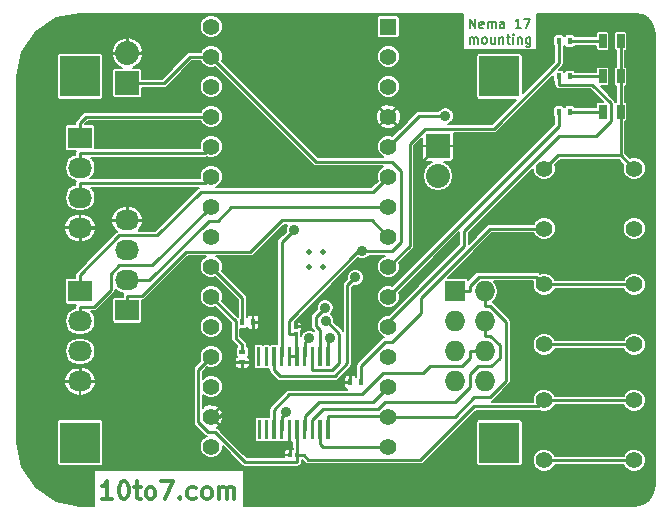
<source format=gtl>
%FSLAX34Y34*%
G04 Gerber Fmt 3.4, Leading zero omitted, Abs format*
G04 (created by PCBNEW (2014-03-19 BZR 4756)-product) date Fri 30 May 2014 14:37:37 BST*
%MOIN*%
G01*
G70*
G90*
G04 APERTURE LIST*
%ADD10C,0.005906*%
%ADD11C,0.007874*%
%ADD12C,0.011811*%
%ADD13C,0.019685*%
%ADD14R,0.015700X0.011800*%
%ADD15R,0.011800X0.015700*%
%ADD16R,0.068000X0.068000*%
%ADD17O,0.068000X0.068000*%
%ADD18R,0.080000X0.068000*%
%ADD19O,0.080000X0.068000*%
%ADD20R,0.015700X0.023600*%
%ADD21R,0.023600X0.015700*%
%ADD22C,0.055000*%
%ADD23R,0.055000X0.055000*%
%ADD24R,0.025000X0.045000*%
%ADD25R,0.080000X0.080000*%
%ADD26O,0.080000X0.080000*%
%ADD27R,0.133900X0.133900*%
%ADD28C,0.035000*%
%ADD29C,0.010000*%
%ADD30C,0.007087*%
G04 APERTURE END LIST*
G54D10*
G54D11*
X48815Y-30079D02*
X48815Y-29764D01*
X48995Y-30079D01*
X48995Y-29764D01*
X49265Y-30064D02*
X49235Y-30079D01*
X49175Y-30079D01*
X49145Y-30064D01*
X49130Y-30034D01*
X49130Y-29914D01*
X49145Y-29884D01*
X49175Y-29869D01*
X49235Y-29869D01*
X49265Y-29884D01*
X49280Y-29914D01*
X49280Y-29944D01*
X49130Y-29974D01*
X49415Y-30079D02*
X49415Y-29869D01*
X49415Y-29899D02*
X49430Y-29884D01*
X49460Y-29869D01*
X49505Y-29869D01*
X49535Y-29884D01*
X49550Y-29914D01*
X49550Y-30079D01*
X49550Y-29914D02*
X49565Y-29884D01*
X49595Y-29869D01*
X49640Y-29869D01*
X49670Y-29884D01*
X49685Y-29914D01*
X49685Y-30079D01*
X49970Y-30079D02*
X49970Y-29914D01*
X49955Y-29884D01*
X49925Y-29869D01*
X49865Y-29869D01*
X49835Y-29884D01*
X49970Y-30064D02*
X49940Y-30079D01*
X49865Y-30079D01*
X49835Y-30064D01*
X49820Y-30034D01*
X49820Y-30004D01*
X49835Y-29974D01*
X49865Y-29959D01*
X49940Y-29959D01*
X49970Y-29944D01*
X50524Y-30079D02*
X50344Y-30079D01*
X50434Y-30079D02*
X50434Y-29764D01*
X50404Y-29809D01*
X50374Y-29839D01*
X50344Y-29854D01*
X50629Y-29764D02*
X50839Y-29764D01*
X50704Y-30079D01*
X48815Y-30599D02*
X48815Y-30389D01*
X48815Y-30419D02*
X48830Y-30404D01*
X48860Y-30389D01*
X48905Y-30389D01*
X48935Y-30404D01*
X48950Y-30434D01*
X48950Y-30599D01*
X48950Y-30434D02*
X48965Y-30404D01*
X48995Y-30389D01*
X49040Y-30389D01*
X49070Y-30404D01*
X49085Y-30434D01*
X49085Y-30599D01*
X49280Y-30599D02*
X49250Y-30584D01*
X49235Y-30569D01*
X49220Y-30539D01*
X49220Y-30449D01*
X49235Y-30419D01*
X49250Y-30404D01*
X49280Y-30389D01*
X49325Y-30389D01*
X49355Y-30404D01*
X49370Y-30419D01*
X49385Y-30449D01*
X49385Y-30539D01*
X49370Y-30569D01*
X49355Y-30584D01*
X49325Y-30599D01*
X49280Y-30599D01*
X49655Y-30389D02*
X49655Y-30599D01*
X49520Y-30389D02*
X49520Y-30554D01*
X49535Y-30584D01*
X49565Y-30599D01*
X49610Y-30599D01*
X49640Y-30584D01*
X49655Y-30569D01*
X49805Y-30389D02*
X49805Y-30599D01*
X49805Y-30419D02*
X49820Y-30404D01*
X49850Y-30389D01*
X49895Y-30389D01*
X49925Y-30404D01*
X49940Y-30434D01*
X49940Y-30599D01*
X50044Y-30389D02*
X50164Y-30389D01*
X50089Y-30284D02*
X50089Y-30554D01*
X50104Y-30584D01*
X50134Y-30599D01*
X50164Y-30599D01*
X50269Y-30599D02*
X50269Y-30389D01*
X50269Y-30284D02*
X50254Y-30299D01*
X50269Y-30314D01*
X50284Y-30299D01*
X50269Y-30284D01*
X50269Y-30314D01*
X50419Y-30389D02*
X50419Y-30599D01*
X50419Y-30419D02*
X50434Y-30404D01*
X50464Y-30389D01*
X50509Y-30389D01*
X50539Y-30404D01*
X50554Y-30434D01*
X50554Y-30599D01*
X50839Y-30389D02*
X50839Y-30644D01*
X50824Y-30674D01*
X50809Y-30689D01*
X50779Y-30704D01*
X50734Y-30704D01*
X50704Y-30689D01*
X50839Y-30584D02*
X50809Y-30599D01*
X50749Y-30599D01*
X50719Y-30584D01*
X50704Y-30569D01*
X50689Y-30539D01*
X50689Y-30449D01*
X50704Y-30419D01*
X50719Y-30404D01*
X50749Y-30389D01*
X50809Y-30389D01*
X50839Y-30404D01*
G54D12*
X36895Y-45778D02*
X36557Y-45778D01*
X36726Y-45778D02*
X36726Y-45188D01*
X36670Y-45272D01*
X36614Y-45329D01*
X36557Y-45357D01*
X37260Y-45188D02*
X37317Y-45188D01*
X37373Y-45216D01*
X37401Y-45244D01*
X37429Y-45300D01*
X37457Y-45413D01*
X37457Y-45553D01*
X37429Y-45666D01*
X37401Y-45722D01*
X37373Y-45750D01*
X37317Y-45778D01*
X37260Y-45778D01*
X37204Y-45750D01*
X37176Y-45722D01*
X37148Y-45666D01*
X37120Y-45553D01*
X37120Y-45413D01*
X37148Y-45300D01*
X37176Y-45244D01*
X37204Y-45216D01*
X37260Y-45188D01*
X37626Y-45385D02*
X37851Y-45385D01*
X37710Y-45188D02*
X37710Y-45694D01*
X37739Y-45750D01*
X37795Y-45778D01*
X37851Y-45778D01*
X38132Y-45778D02*
X38076Y-45750D01*
X38048Y-45722D01*
X38020Y-45666D01*
X38020Y-45497D01*
X38048Y-45441D01*
X38076Y-45413D01*
X38132Y-45385D01*
X38217Y-45385D01*
X38273Y-45413D01*
X38301Y-45441D01*
X38329Y-45497D01*
X38329Y-45666D01*
X38301Y-45722D01*
X38273Y-45750D01*
X38217Y-45778D01*
X38132Y-45778D01*
X38526Y-45188D02*
X38920Y-45188D01*
X38667Y-45778D01*
X39145Y-45722D02*
X39173Y-45750D01*
X39145Y-45778D01*
X39116Y-45750D01*
X39145Y-45722D01*
X39145Y-45778D01*
X39679Y-45750D02*
X39623Y-45778D01*
X39510Y-45778D01*
X39454Y-45750D01*
X39426Y-45722D01*
X39398Y-45666D01*
X39398Y-45497D01*
X39426Y-45441D01*
X39454Y-45413D01*
X39510Y-45385D01*
X39623Y-45385D01*
X39679Y-45413D01*
X40016Y-45778D02*
X39960Y-45750D01*
X39932Y-45722D01*
X39904Y-45666D01*
X39904Y-45497D01*
X39932Y-45441D01*
X39960Y-45413D01*
X40016Y-45385D01*
X40101Y-45385D01*
X40157Y-45413D01*
X40185Y-45441D01*
X40213Y-45497D01*
X40213Y-45666D01*
X40185Y-45722D01*
X40157Y-45750D01*
X40101Y-45778D01*
X40016Y-45778D01*
X40466Y-45778D02*
X40466Y-45385D01*
X40466Y-45441D02*
X40494Y-45413D01*
X40551Y-45385D01*
X40635Y-45385D01*
X40691Y-45413D01*
X40719Y-45469D01*
X40719Y-45778D01*
X40719Y-45469D02*
X40748Y-45413D01*
X40804Y-45385D01*
X40888Y-45385D01*
X40944Y-45413D01*
X40973Y-45469D01*
X40973Y-45778D01*
G54D10*
G36*
X41751Y-43149D02*
X41870Y-43149D01*
X41870Y-43779D01*
X41751Y-43779D01*
X41751Y-43149D01*
X41751Y-43149D01*
G37*
G36*
X41978Y-43149D02*
X42096Y-43149D01*
X42096Y-43779D01*
X41978Y-43779D01*
X41978Y-43149D01*
X41978Y-43149D01*
G37*
G36*
X42234Y-43149D02*
X42352Y-43149D01*
X42352Y-43779D01*
X42234Y-43779D01*
X42234Y-43149D01*
X42234Y-43149D01*
G37*
G36*
X42490Y-43149D02*
X42608Y-43149D01*
X42608Y-43779D01*
X42490Y-43779D01*
X42490Y-43149D01*
X42490Y-43149D01*
G37*
G36*
X42746Y-43149D02*
X42864Y-43149D01*
X42864Y-43779D01*
X42746Y-43779D01*
X42746Y-43149D01*
X42746Y-43149D01*
G37*
G36*
X43001Y-43149D02*
X43120Y-43149D01*
X43120Y-43779D01*
X43001Y-43779D01*
X43001Y-43149D01*
X43001Y-43149D01*
G37*
G36*
X44025Y-40709D02*
X44143Y-40709D01*
X44143Y-41339D01*
X44025Y-41339D01*
X44025Y-40709D01*
X44025Y-40709D01*
G37*
G36*
X43769Y-40709D02*
X43887Y-40709D01*
X43887Y-41339D01*
X43769Y-41339D01*
X43769Y-40709D01*
X43769Y-40709D01*
G37*
G36*
X43513Y-40709D02*
X43631Y-40709D01*
X43631Y-41339D01*
X43513Y-41339D01*
X43513Y-40709D01*
X43513Y-40709D01*
G37*
G36*
X43257Y-40709D02*
X43375Y-40709D01*
X43375Y-41339D01*
X43257Y-41339D01*
X43257Y-40709D01*
X43257Y-40709D01*
G37*
G36*
X43257Y-43149D02*
X43375Y-43149D01*
X43375Y-43779D01*
X43257Y-43779D01*
X43257Y-43149D01*
X43257Y-43149D01*
G37*
G36*
X43513Y-43149D02*
X43631Y-43149D01*
X43631Y-43779D01*
X43513Y-43779D01*
X43513Y-43149D01*
X43513Y-43149D01*
G37*
G36*
X43769Y-43149D02*
X43887Y-43149D01*
X43887Y-43779D01*
X43769Y-43779D01*
X43769Y-43149D01*
X43769Y-43149D01*
G37*
G36*
X44025Y-43149D02*
X44143Y-43149D01*
X44143Y-43779D01*
X44025Y-43779D01*
X44025Y-43149D01*
X44025Y-43149D01*
G37*
G36*
X43001Y-40709D02*
X43120Y-40709D01*
X43120Y-41339D01*
X43001Y-41339D01*
X43001Y-40709D01*
X43001Y-40709D01*
G37*
G36*
X42746Y-40709D02*
X42864Y-40709D01*
X42864Y-41339D01*
X42746Y-41339D01*
X42746Y-40709D01*
X42746Y-40709D01*
G37*
G36*
X42490Y-40709D02*
X42608Y-40709D01*
X42608Y-41339D01*
X42490Y-41339D01*
X42490Y-40709D01*
X42490Y-40709D01*
G37*
G36*
X42234Y-40709D02*
X42352Y-40709D01*
X42352Y-41339D01*
X42234Y-41339D01*
X42234Y-40709D01*
X42234Y-40709D01*
G37*
G36*
X41978Y-40709D02*
X42096Y-40709D01*
X42096Y-41339D01*
X41978Y-41339D01*
X41978Y-40709D01*
X41978Y-40709D01*
G37*
G36*
X41722Y-40709D02*
X41840Y-40709D01*
X41840Y-41339D01*
X41722Y-41339D01*
X41722Y-40709D01*
X41722Y-40709D01*
G37*
G54D13*
X43937Y-37559D03*
X43464Y-37559D03*
X43464Y-38031D03*
X43937Y-38031D03*
G54D14*
X43011Y-40275D03*
X43011Y-40039D03*
G54D15*
X42834Y-44311D03*
X43070Y-44311D03*
G54D16*
X48318Y-38854D03*
G54D17*
X49318Y-38854D03*
X48318Y-39854D03*
X49318Y-39854D03*
X48318Y-40854D03*
X49318Y-40854D03*
X48318Y-41854D03*
X49318Y-41854D03*
G54D18*
X37401Y-39492D03*
G54D19*
X37401Y-38492D03*
X37401Y-37492D03*
X37401Y-36492D03*
G54D18*
X35826Y-33736D03*
G54D19*
X35826Y-34736D03*
X35826Y-35736D03*
X35826Y-36736D03*
G54D18*
X35826Y-38854D03*
G54D19*
X35826Y-39854D03*
X35826Y-40854D03*
X35826Y-41854D03*
G54D20*
X52145Y-30511D03*
X51791Y-30511D03*
X52145Y-32874D03*
X51791Y-32874D03*
X52145Y-31692D03*
X51791Y-31692D03*
X41240Y-39881D03*
X41594Y-39881D03*
G54D21*
X41240Y-40866D03*
X41240Y-41220D03*
G54D20*
X45196Y-41889D03*
X44842Y-41889D03*
G54D22*
X54295Y-42484D03*
X54295Y-44484D03*
X51295Y-42484D03*
X51295Y-44484D03*
X54295Y-38625D03*
X54295Y-40625D03*
X51295Y-38625D03*
X51295Y-40625D03*
X54295Y-34767D03*
X54295Y-36767D03*
X51295Y-34767D03*
X51295Y-36767D03*
X46102Y-44035D03*
X40196Y-43035D03*
X40196Y-42035D03*
X40196Y-41035D03*
X40196Y-40035D03*
X40196Y-39035D03*
X40196Y-38035D03*
X40196Y-37035D03*
X40196Y-36035D03*
X40196Y-35035D03*
X40196Y-34035D03*
X40196Y-33035D03*
X40196Y-32035D03*
X40196Y-31035D03*
X40196Y-30035D03*
G54D23*
X46102Y-30035D03*
G54D22*
X46102Y-31035D03*
X46102Y-32035D03*
X46102Y-33035D03*
X46102Y-34035D03*
X46102Y-35035D03*
X46102Y-36035D03*
X46102Y-37035D03*
X46102Y-38035D03*
X46102Y-39035D03*
X46102Y-40035D03*
X46102Y-41035D03*
X46102Y-42035D03*
X46102Y-43035D03*
X40196Y-44035D03*
G54D24*
X53243Y-30511D03*
X53843Y-30511D03*
X53243Y-31692D03*
X53843Y-31692D03*
X53243Y-32874D03*
X53843Y-32874D03*
G54D25*
X47755Y-34007D03*
G54D26*
X47755Y-35007D03*
G54D27*
X35826Y-31692D03*
X49803Y-31692D03*
X49803Y-43897D03*
X35826Y-43897D03*
G54D25*
X37401Y-31917D03*
G54D26*
X37401Y-30917D03*
G54D28*
X45227Y-37510D03*
X48008Y-33001D03*
X42704Y-42870D03*
X44144Y-40409D03*
X43996Y-39401D03*
X44016Y-39851D03*
X43473Y-40416D03*
X42958Y-36806D03*
X45008Y-38388D03*
G54D29*
X37401Y-31917D02*
X38614Y-31917D01*
X39496Y-31035D02*
X40196Y-31035D01*
X38614Y-31917D02*
X39496Y-31035D01*
X43011Y-41024D02*
X43011Y-40484D01*
X42805Y-41024D02*
X43011Y-41024D01*
X43011Y-41024D02*
X43061Y-41024D01*
X43011Y-40275D02*
X43011Y-40484D01*
X43011Y-40275D02*
X42783Y-40275D01*
X42783Y-39836D02*
X42783Y-40275D01*
X45108Y-37510D02*
X42783Y-39836D01*
X45227Y-37510D02*
X45108Y-37510D01*
X46228Y-37510D02*
X45227Y-37510D01*
X46527Y-37211D02*
X46228Y-37510D01*
X46527Y-34852D02*
X46527Y-37211D01*
X46210Y-34535D02*
X46527Y-34852D01*
X43696Y-34535D02*
X46210Y-34535D01*
X40196Y-31035D02*
X43696Y-34535D01*
X37401Y-36492D02*
X36851Y-36492D01*
X41508Y-40236D02*
X41508Y-41220D01*
X41594Y-40150D02*
X41508Y-40236D01*
X41240Y-41220D02*
X41508Y-41220D01*
X36607Y-36736D02*
X36851Y-36492D01*
X35826Y-36736D02*
X36607Y-36736D01*
X41508Y-41343D02*
X41508Y-41220D01*
X41835Y-41671D02*
X41508Y-41343D01*
X41835Y-41671D02*
X40632Y-42874D01*
X40471Y-43035D02*
X40196Y-43035D01*
X40632Y-42874D02*
X40471Y-43035D01*
X41698Y-43940D02*
X42805Y-43940D01*
X40632Y-42874D02*
X41698Y-43940D01*
X42805Y-44052D02*
X42805Y-43940D01*
X42834Y-44082D02*
X42805Y-44052D01*
X42805Y-43940D02*
X42805Y-43464D01*
X42834Y-44311D02*
X42834Y-44082D01*
X44842Y-41889D02*
X44614Y-41889D01*
X41594Y-39881D02*
X41594Y-40150D01*
X42054Y-41889D02*
X44614Y-41889D01*
X41835Y-41671D02*
X42054Y-41889D01*
X44842Y-41889D02*
X44842Y-41621D01*
X45149Y-38054D02*
X45802Y-38706D01*
X44847Y-38054D02*
X45149Y-38054D01*
X43011Y-39890D02*
X44847Y-38054D01*
X43011Y-40039D02*
X43011Y-39890D01*
X45903Y-38605D02*
X45802Y-38706D01*
X46133Y-38605D02*
X45903Y-38605D01*
X47205Y-37533D02*
X46133Y-38605D01*
X47205Y-34557D02*
X47205Y-37533D01*
X47755Y-34007D02*
X47205Y-34557D01*
X44968Y-41496D02*
X44842Y-41621D01*
X44968Y-39540D02*
X44968Y-41496D01*
X45802Y-38706D02*
X44968Y-39540D01*
X35276Y-37776D02*
X35826Y-37226D01*
X35276Y-41059D02*
X35276Y-37776D01*
X35581Y-41364D02*
X35276Y-41059D01*
X35826Y-41364D02*
X35581Y-41364D01*
X35826Y-41854D02*
X35826Y-41364D01*
X35826Y-36736D02*
X35826Y-37226D01*
X53843Y-31692D02*
X53843Y-30511D01*
X53843Y-31692D02*
X53843Y-32874D01*
X43061Y-44072D02*
X43070Y-44082D01*
X43061Y-43464D02*
X43061Y-44072D01*
X43070Y-44311D02*
X43070Y-44082D01*
X48318Y-38854D02*
X48809Y-38854D01*
X51747Y-34315D02*
X51295Y-34767D01*
X53843Y-34315D02*
X51747Y-34315D01*
X53843Y-32874D02*
X53843Y-34315D01*
X53843Y-34315D02*
X54295Y-34767D01*
X41313Y-44539D02*
X43070Y-44539D01*
X40309Y-43535D02*
X41313Y-44539D01*
X40083Y-43535D02*
X40309Y-43535D01*
X39769Y-43220D02*
X40083Y-43535D01*
X39769Y-41462D02*
X39769Y-43220D01*
X40196Y-41035D02*
X39769Y-41462D01*
X43070Y-44311D02*
X43070Y-44539D01*
X54295Y-42484D02*
X51295Y-42484D01*
X43070Y-44311D02*
X43279Y-44311D01*
X48809Y-38670D02*
X48809Y-38854D01*
X49115Y-38364D02*
X48809Y-38670D01*
X51033Y-38364D02*
X49115Y-38364D01*
X51295Y-38625D02*
X51033Y-38364D01*
X54295Y-38625D02*
X51295Y-38625D01*
X51095Y-42684D02*
X51295Y-42484D01*
X48946Y-42684D02*
X51095Y-42684D01*
X47169Y-44461D02*
X48946Y-42684D01*
X43429Y-44461D02*
X47169Y-44461D01*
X43279Y-44311D02*
X43429Y-44461D01*
X53243Y-30511D02*
X52145Y-30511D01*
X53243Y-31692D02*
X52145Y-31692D01*
X44084Y-43464D02*
X44084Y-42999D01*
X46065Y-42999D02*
X44084Y-42999D01*
X46102Y-43035D02*
X46065Y-42999D01*
X49318Y-38854D02*
X49318Y-39344D01*
X48312Y-43035D02*
X46102Y-43035D01*
X48963Y-42384D02*
X48312Y-43035D01*
X49483Y-42384D02*
X48963Y-42384D01*
X50019Y-41847D02*
X49483Y-42384D01*
X50019Y-39861D02*
X50019Y-41847D01*
X49502Y-39344D02*
X50019Y-39861D01*
X49318Y-39344D02*
X49502Y-39344D01*
X43935Y-44035D02*
X43828Y-43929D01*
X46102Y-44035D02*
X43935Y-44035D01*
X43828Y-43464D02*
X43828Y-43929D01*
X49318Y-39854D02*
X49318Y-40344D01*
X43572Y-43128D02*
X43572Y-43464D01*
X43933Y-42767D02*
X43572Y-43128D01*
X45768Y-42767D02*
X43933Y-42767D01*
X45997Y-42538D02*
X45768Y-42767D01*
X48331Y-42538D02*
X45997Y-42538D01*
X48818Y-42051D02*
X48331Y-42538D01*
X48818Y-41626D02*
X48818Y-42051D01*
X49090Y-41354D02*
X48818Y-41626D01*
X49524Y-41354D02*
X49090Y-41354D01*
X49813Y-41065D02*
X49524Y-41354D01*
X49813Y-40655D02*
X49813Y-41065D01*
X49502Y-40344D02*
X49813Y-40655D01*
X49318Y-40344D02*
X49502Y-40344D01*
X43316Y-43464D02*
X43316Y-42999D01*
X45600Y-42537D02*
X46102Y-42035D01*
X43778Y-42537D02*
X45600Y-42537D01*
X43316Y-42999D02*
X43778Y-42537D01*
X49318Y-40854D02*
X48828Y-40854D01*
X42293Y-43464D02*
X42293Y-42999D01*
X48828Y-41069D02*
X48828Y-40854D01*
X48554Y-41344D02*
X48828Y-41069D01*
X47490Y-41344D02*
X48554Y-41344D01*
X47249Y-41585D02*
X47490Y-41344D01*
X45924Y-41585D02*
X47249Y-41585D01*
X45220Y-42290D02*
X45924Y-41585D01*
X42797Y-42290D02*
X45220Y-42290D01*
X42293Y-42794D02*
X42797Y-42290D01*
X42293Y-42999D02*
X42293Y-42794D01*
X47136Y-33001D02*
X48008Y-33001D01*
X46102Y-34035D02*
X47136Y-33001D01*
X42549Y-43464D02*
X42549Y-42999D01*
X42576Y-42999D02*
X42549Y-42999D01*
X42704Y-42870D02*
X42576Y-42999D01*
X37891Y-39002D02*
X37401Y-39002D01*
X39358Y-37535D02*
X37891Y-39002D01*
X41506Y-37535D02*
X39358Y-37535D01*
X42562Y-36479D02*
X41506Y-37535D01*
X45546Y-36479D02*
X42562Y-36479D01*
X46102Y-37035D02*
X45546Y-36479D01*
X37401Y-39492D02*
X37401Y-39002D01*
X38118Y-38492D02*
X37401Y-38492D01*
X40115Y-36494D02*
X38118Y-38492D01*
X40411Y-36494D02*
X40115Y-36494D01*
X40871Y-36035D02*
X40411Y-36494D01*
X46102Y-36035D02*
X40871Y-36035D01*
X36037Y-33035D02*
X35826Y-33246D01*
X40196Y-33035D02*
X36037Y-33035D01*
X35826Y-33736D02*
X35826Y-33246D01*
X39985Y-34246D02*
X35826Y-34246D01*
X40196Y-34035D02*
X39985Y-34246D01*
X35826Y-34736D02*
X35826Y-34246D01*
X35826Y-38306D02*
X35826Y-38854D01*
X37141Y-36992D02*
X35826Y-38306D01*
X38405Y-36992D02*
X37141Y-36992D01*
X39862Y-35535D02*
X38405Y-36992D01*
X45602Y-35535D02*
X39862Y-35535D01*
X46102Y-35035D02*
X45602Y-35535D01*
X35826Y-39854D02*
X35826Y-39364D01*
X36288Y-39364D02*
X35826Y-39364D01*
X36851Y-38801D02*
X36288Y-39364D01*
X36851Y-38266D02*
X36851Y-38801D01*
X37125Y-37992D02*
X36851Y-38266D01*
X38239Y-37992D02*
X37125Y-37992D01*
X40196Y-36035D02*
X38239Y-37992D01*
X39985Y-35246D02*
X35826Y-35246D01*
X40196Y-35035D02*
X39985Y-35246D01*
X35826Y-35736D02*
X35826Y-35246D01*
X51791Y-31259D02*
X51791Y-30511D01*
X49622Y-33428D02*
X51791Y-31259D01*
X47323Y-33428D02*
X49622Y-33428D01*
X46810Y-33940D02*
X47323Y-33428D01*
X46810Y-37327D02*
X46810Y-33940D01*
X46102Y-38035D02*
X46810Y-37327D01*
X51791Y-33346D02*
X51791Y-32874D01*
X46102Y-39035D02*
X51791Y-33346D01*
X52896Y-31961D02*
X51791Y-31961D01*
X53518Y-32583D02*
X52896Y-31961D01*
X53518Y-33174D02*
X53518Y-32583D01*
X53010Y-33682D02*
X53518Y-33174D01*
X51779Y-33682D02*
X53010Y-33682D01*
X48628Y-36833D02*
X51779Y-33682D01*
X48628Y-37357D02*
X48628Y-36833D01*
X46102Y-39883D02*
X48628Y-37357D01*
X46102Y-40035D02*
X46102Y-39883D01*
X51791Y-31692D02*
X51791Y-31961D01*
X41240Y-39079D02*
X41240Y-39881D01*
X40196Y-38035D02*
X41240Y-39079D01*
X51295Y-44484D02*
X54295Y-44484D01*
X41011Y-40409D02*
X41240Y-40637D01*
X41011Y-39850D02*
X41011Y-40409D01*
X40196Y-39035D02*
X41011Y-39850D01*
X41240Y-40866D02*
X41240Y-40637D01*
X51295Y-40625D02*
X54295Y-40625D01*
X45196Y-41889D02*
X45196Y-41621D01*
X49501Y-36767D02*
X51295Y-36767D01*
X47180Y-39088D02*
X49501Y-36767D01*
X47180Y-39585D02*
X47180Y-39088D01*
X46230Y-40535D02*
X47180Y-39585D01*
X45991Y-40535D02*
X46230Y-40535D01*
X45196Y-41329D02*
X45991Y-40535D01*
X45196Y-41621D02*
X45196Y-41329D01*
X44084Y-41024D02*
X44084Y-40559D01*
X44144Y-40499D02*
X44144Y-40409D01*
X44084Y-40559D02*
X44144Y-40499D01*
X43828Y-41024D02*
X43828Y-40559D01*
X43676Y-39720D02*
X43996Y-39401D01*
X43676Y-40004D02*
X43676Y-39720D01*
X43818Y-40146D02*
X43676Y-40004D01*
X43818Y-40549D02*
X43818Y-40146D01*
X43828Y-40559D02*
X43818Y-40549D01*
X43572Y-41024D02*
X43572Y-41489D01*
X44054Y-39851D02*
X44016Y-39851D01*
X44473Y-40270D02*
X44054Y-39851D01*
X44473Y-41241D02*
X44473Y-40270D01*
X44225Y-41489D02*
X44473Y-41241D01*
X43572Y-41489D02*
X44225Y-41489D01*
X43316Y-41024D02*
X43316Y-40559D01*
X43330Y-40559D02*
X43473Y-40416D01*
X43316Y-40559D02*
X43330Y-40559D01*
X42549Y-37216D02*
X42958Y-36806D01*
X42549Y-41024D02*
X42549Y-37216D01*
X42293Y-41024D02*
X42293Y-41489D01*
X44742Y-38654D02*
X45008Y-38388D01*
X44742Y-41256D02*
X44742Y-38654D01*
X44309Y-41689D02*
X44742Y-41256D01*
X42493Y-41689D02*
X44309Y-41689D01*
X42293Y-41489D02*
X42493Y-41689D01*
X53243Y-32874D02*
X52145Y-32874D01*
G54D10*
G36*
X49340Y-41868D02*
X49332Y-41868D01*
X49332Y-41875D01*
X49305Y-41875D01*
X49305Y-41868D01*
X49297Y-41868D01*
X49297Y-41840D01*
X49305Y-41840D01*
X49305Y-41832D01*
X49332Y-41832D01*
X49332Y-41840D01*
X49340Y-41840D01*
X49340Y-41868D01*
X49340Y-41868D01*
G37*
G54D30*
X49340Y-41868D02*
X49332Y-41868D01*
X49332Y-41875D01*
X49305Y-41875D01*
X49305Y-41868D01*
X49297Y-41868D01*
X49297Y-41840D01*
X49305Y-41840D01*
X49305Y-41832D01*
X49332Y-41832D01*
X49332Y-41840D01*
X49340Y-41840D01*
X49340Y-41868D01*
G54D10*
G36*
X54992Y-45322D02*
X54939Y-45586D01*
X54796Y-45800D01*
X54676Y-45880D01*
X54676Y-44408D01*
X54676Y-42408D01*
X54676Y-40550D01*
X54618Y-40410D01*
X54511Y-40302D01*
X54371Y-40244D01*
X54219Y-40244D01*
X54079Y-40302D01*
X53972Y-40409D01*
X53947Y-40469D01*
X51643Y-40469D01*
X51618Y-40410D01*
X51511Y-40302D01*
X51371Y-40244D01*
X51219Y-40244D01*
X51079Y-40302D01*
X50972Y-40409D01*
X50914Y-40549D01*
X50913Y-40701D01*
X50971Y-40841D01*
X51079Y-40949D01*
X51219Y-41007D01*
X51370Y-41007D01*
X51510Y-40949D01*
X51618Y-40842D01*
X51643Y-40782D01*
X53947Y-40782D01*
X53971Y-40841D01*
X54079Y-40949D01*
X54219Y-41007D01*
X54370Y-41007D01*
X54510Y-40949D01*
X54618Y-40842D01*
X54676Y-40702D01*
X54676Y-40550D01*
X54676Y-42408D01*
X54618Y-42268D01*
X54511Y-42161D01*
X54371Y-42103D01*
X54219Y-42102D01*
X54079Y-42160D01*
X53972Y-42267D01*
X53947Y-42327D01*
X51643Y-42327D01*
X51618Y-42268D01*
X51511Y-42161D01*
X51371Y-42103D01*
X51219Y-42102D01*
X51079Y-42160D01*
X50972Y-42267D01*
X50914Y-42408D01*
X50913Y-42528D01*
X49543Y-42528D01*
X49593Y-42494D01*
X50130Y-41958D01*
X50130Y-41958D01*
X50164Y-41907D01*
X50176Y-41847D01*
X50176Y-39861D01*
X50166Y-39811D01*
X50164Y-39801D01*
X50164Y-39801D01*
X50130Y-39751D01*
X50130Y-39751D01*
X49613Y-39233D01*
X49582Y-39213D01*
X49634Y-39178D01*
X49731Y-39033D01*
X49765Y-38863D01*
X49765Y-38845D01*
X49731Y-38674D01*
X49634Y-38530D01*
X49620Y-38520D01*
X50926Y-38520D01*
X50914Y-38549D01*
X50913Y-38701D01*
X50971Y-38841D01*
X51079Y-38949D01*
X51219Y-39007D01*
X51370Y-39007D01*
X51510Y-38949D01*
X51618Y-38842D01*
X51643Y-38782D01*
X53947Y-38782D01*
X53971Y-38841D01*
X54079Y-38949D01*
X54219Y-39007D01*
X54370Y-39007D01*
X54510Y-38949D01*
X54618Y-38842D01*
X54676Y-38702D01*
X54676Y-38550D01*
X54676Y-36692D01*
X54618Y-36552D01*
X54511Y-36444D01*
X54371Y-36386D01*
X54219Y-36386D01*
X54079Y-36444D01*
X53972Y-36551D01*
X53914Y-36691D01*
X53913Y-36843D01*
X53971Y-36983D01*
X54079Y-37090D01*
X54219Y-37148D01*
X54370Y-37149D01*
X54510Y-37091D01*
X54618Y-36983D01*
X54676Y-36843D01*
X54676Y-36692D01*
X54676Y-38550D01*
X54618Y-38410D01*
X54511Y-38302D01*
X54371Y-38244D01*
X54219Y-38244D01*
X54079Y-38302D01*
X53972Y-38409D01*
X53947Y-38469D01*
X51643Y-38469D01*
X51618Y-38410D01*
X51511Y-38302D01*
X51371Y-38244D01*
X51219Y-38244D01*
X51159Y-38269D01*
X51144Y-38253D01*
X51093Y-38219D01*
X51033Y-38207D01*
X49115Y-38207D01*
X49065Y-38217D01*
X49055Y-38219D01*
X49004Y-38253D01*
X48765Y-38493D01*
X48765Y-38493D01*
X48749Y-38454D01*
X48719Y-38424D01*
X48680Y-38408D01*
X48637Y-38408D01*
X48081Y-38408D01*
X49565Y-36924D01*
X50947Y-36924D01*
X50971Y-36983D01*
X51079Y-37090D01*
X51219Y-37148D01*
X51370Y-37149D01*
X51510Y-37091D01*
X51618Y-36983D01*
X51676Y-36843D01*
X51676Y-36692D01*
X51618Y-36552D01*
X51511Y-36444D01*
X51371Y-36386D01*
X51219Y-36386D01*
X51079Y-36444D01*
X50972Y-36551D01*
X50947Y-36611D01*
X49501Y-36611D01*
X49451Y-36621D01*
X49441Y-36623D01*
X49390Y-36657D01*
X48784Y-37263D01*
X48784Y-36898D01*
X50913Y-34768D01*
X50913Y-34843D01*
X50971Y-34983D01*
X51079Y-35090D01*
X51219Y-35148D01*
X51370Y-35149D01*
X51510Y-35091D01*
X51618Y-34983D01*
X51676Y-34843D01*
X51676Y-34692D01*
X51651Y-34632D01*
X51811Y-34472D01*
X53778Y-34472D01*
X53938Y-34632D01*
X53914Y-34691D01*
X53913Y-34843D01*
X53971Y-34983D01*
X54079Y-35090D01*
X54219Y-35148D01*
X54370Y-35149D01*
X54510Y-35091D01*
X54618Y-34983D01*
X54676Y-34843D01*
X54676Y-34692D01*
X54618Y-34552D01*
X54511Y-34444D01*
X54371Y-34386D01*
X54219Y-34386D01*
X54159Y-34411D01*
X53999Y-34251D01*
X53999Y-33201D01*
X54028Y-33189D01*
X54058Y-33159D01*
X54074Y-33120D01*
X54074Y-33077D01*
X54074Y-32627D01*
X54058Y-32588D01*
X54028Y-32558D01*
X53999Y-32546D01*
X53999Y-32020D01*
X54028Y-32008D01*
X54058Y-31978D01*
X54074Y-31939D01*
X54074Y-31896D01*
X54074Y-31446D01*
X54058Y-31407D01*
X54028Y-31377D01*
X53999Y-31365D01*
X53999Y-30838D01*
X54028Y-30826D01*
X54058Y-30797D01*
X54074Y-30757D01*
X54074Y-30715D01*
X54074Y-30265D01*
X54058Y-30226D01*
X54028Y-30196D01*
X53989Y-30180D01*
X53947Y-30180D01*
X53697Y-30180D01*
X53658Y-30196D01*
X53628Y-30226D01*
X53612Y-30265D01*
X53612Y-30307D01*
X53612Y-30757D01*
X53628Y-30797D01*
X53658Y-30826D01*
X53687Y-30838D01*
X53687Y-31365D01*
X53658Y-31377D01*
X53628Y-31407D01*
X53612Y-31446D01*
X53612Y-31489D01*
X53612Y-31939D01*
X53628Y-31978D01*
X53658Y-32008D01*
X53687Y-32020D01*
X53687Y-32546D01*
X53669Y-32554D01*
X53662Y-32523D01*
X53628Y-32472D01*
X53180Y-32024D01*
X53389Y-32024D01*
X53428Y-32008D01*
X53458Y-31978D01*
X53474Y-31939D01*
X53474Y-31896D01*
X53474Y-31446D01*
X53458Y-31407D01*
X53428Y-31377D01*
X53389Y-31361D01*
X53347Y-31361D01*
X53097Y-31361D01*
X53058Y-31377D01*
X53028Y-31407D01*
X53012Y-31446D01*
X53012Y-31489D01*
X53012Y-31536D01*
X52323Y-31536D01*
X52314Y-31514D01*
X52284Y-31484D01*
X52245Y-31468D01*
X52202Y-31468D01*
X52045Y-31468D01*
X52006Y-31484D01*
X51976Y-31514D01*
X51968Y-31534D01*
X51960Y-31514D01*
X51930Y-31484D01*
X51891Y-31468D01*
X51848Y-31468D01*
X51803Y-31468D01*
X51902Y-31370D01*
X51902Y-31370D01*
X51935Y-31319D01*
X51947Y-31259D01*
X51947Y-30702D01*
X51960Y-30690D01*
X51968Y-30669D01*
X51976Y-30690D01*
X52006Y-30719D01*
X52045Y-30736D01*
X52088Y-30736D01*
X52245Y-30736D01*
X52284Y-30719D01*
X52314Y-30690D01*
X52323Y-30668D01*
X53012Y-30668D01*
X53012Y-30757D01*
X53028Y-30797D01*
X53058Y-30826D01*
X53097Y-30843D01*
X53139Y-30843D01*
X53389Y-30843D01*
X53428Y-30826D01*
X53458Y-30797D01*
X53474Y-30757D01*
X53474Y-30715D01*
X53474Y-30265D01*
X53458Y-30226D01*
X53428Y-30196D01*
X53389Y-30180D01*
X53347Y-30180D01*
X53097Y-30180D01*
X53058Y-30196D01*
X53028Y-30226D01*
X53012Y-30265D01*
X53012Y-30307D01*
X53012Y-30355D01*
X52323Y-30355D01*
X52314Y-30333D01*
X52284Y-30303D01*
X52245Y-30287D01*
X52202Y-30287D01*
X52045Y-30287D01*
X52006Y-30303D01*
X51976Y-30333D01*
X51968Y-30353D01*
X51960Y-30333D01*
X51930Y-30303D01*
X51891Y-30287D01*
X51848Y-30287D01*
X51691Y-30287D01*
X51652Y-30303D01*
X51622Y-30333D01*
X51606Y-30372D01*
X51606Y-30414D01*
X51606Y-30650D01*
X51622Y-30690D01*
X51635Y-30702D01*
X51635Y-31194D01*
X50578Y-32251D01*
X50578Y-31002D01*
X50562Y-30963D01*
X50532Y-30933D01*
X50493Y-30917D01*
X50451Y-30917D01*
X49112Y-30917D01*
X49073Y-30933D01*
X49043Y-30963D01*
X49027Y-31002D01*
X49027Y-31044D01*
X49027Y-32383D01*
X49043Y-32422D01*
X49073Y-32452D01*
X49112Y-32468D01*
X49154Y-32468D01*
X50361Y-32468D01*
X49558Y-33272D01*
X48090Y-33272D01*
X48167Y-33240D01*
X48246Y-33161D01*
X48289Y-33057D01*
X48289Y-32945D01*
X48246Y-32842D01*
X48167Y-32763D01*
X48064Y-32720D01*
X47952Y-32720D01*
X47849Y-32763D01*
X47770Y-32842D01*
X47768Y-32845D01*
X47136Y-32845D01*
X47086Y-32855D01*
X47076Y-32857D01*
X47025Y-32891D01*
X46511Y-33405D01*
X46511Y-32956D01*
X46483Y-32887D01*
X46483Y-31959D01*
X46483Y-30959D01*
X46483Y-30959D01*
X46483Y-30331D01*
X46483Y-30289D01*
X46483Y-29739D01*
X46467Y-29700D01*
X46437Y-29670D01*
X46398Y-29654D01*
X46356Y-29654D01*
X45806Y-29654D01*
X45767Y-29670D01*
X45737Y-29700D01*
X45721Y-29739D01*
X45721Y-29781D01*
X45721Y-30331D01*
X45737Y-30370D01*
X45767Y-30400D01*
X45806Y-30416D01*
X45848Y-30416D01*
X46398Y-30416D01*
X46437Y-30400D01*
X46467Y-30370D01*
X46483Y-30331D01*
X46483Y-30959D01*
X46425Y-30819D01*
X46318Y-30712D01*
X46178Y-30654D01*
X46026Y-30654D01*
X45886Y-30711D01*
X45779Y-30819D01*
X45721Y-30959D01*
X45720Y-31110D01*
X45778Y-31251D01*
X45886Y-31358D01*
X46026Y-31416D01*
X46177Y-31416D01*
X46318Y-31358D01*
X46425Y-31251D01*
X46483Y-31111D01*
X46483Y-30959D01*
X46483Y-31959D01*
X46425Y-31819D01*
X46318Y-31712D01*
X46178Y-31654D01*
X46026Y-31654D01*
X45886Y-31711D01*
X45779Y-31819D01*
X45721Y-31959D01*
X45720Y-32110D01*
X45778Y-32251D01*
X45886Y-32358D01*
X46026Y-32416D01*
X46177Y-32416D01*
X46318Y-32358D01*
X46425Y-32251D01*
X46483Y-32111D01*
X46483Y-31959D01*
X46483Y-32887D01*
X46450Y-32805D01*
X46447Y-32801D01*
X46383Y-32774D01*
X46363Y-32793D01*
X46363Y-32754D01*
X46336Y-32690D01*
X46186Y-32627D01*
X46023Y-32626D01*
X45872Y-32687D01*
X45868Y-32690D01*
X45841Y-32754D01*
X46102Y-33015D01*
X46363Y-32754D01*
X46363Y-32793D01*
X46121Y-33035D01*
X46383Y-33296D01*
X46447Y-33269D01*
X46510Y-33119D01*
X46511Y-32956D01*
X46511Y-33405D01*
X46363Y-33553D01*
X46363Y-33316D01*
X46102Y-33054D01*
X46082Y-33074D01*
X46082Y-33035D01*
X45821Y-32774D01*
X45757Y-32801D01*
X45694Y-32951D01*
X45693Y-33114D01*
X45754Y-33264D01*
X45757Y-33269D01*
X45821Y-33296D01*
X46082Y-33035D01*
X46082Y-33074D01*
X45841Y-33316D01*
X45868Y-33380D01*
X46018Y-33443D01*
X46181Y-33444D01*
X46331Y-33383D01*
X46336Y-33380D01*
X46363Y-33316D01*
X46363Y-33553D01*
X46237Y-33678D01*
X46178Y-33654D01*
X46026Y-33654D01*
X45886Y-33711D01*
X45779Y-33819D01*
X45721Y-33959D01*
X45720Y-34110D01*
X45778Y-34251D01*
X45886Y-34358D01*
X45935Y-34379D01*
X43761Y-34379D01*
X40552Y-31170D01*
X40577Y-31111D01*
X40577Y-30959D01*
X40577Y-29959D01*
X40519Y-29819D01*
X40412Y-29712D01*
X40272Y-29654D01*
X40120Y-29654D01*
X39980Y-29711D01*
X39873Y-29819D01*
X39815Y-29959D01*
X39814Y-30110D01*
X39872Y-30251D01*
X39980Y-30358D01*
X40120Y-30416D01*
X40271Y-30416D01*
X40412Y-30358D01*
X40519Y-30251D01*
X40577Y-30111D01*
X40577Y-29959D01*
X40577Y-30959D01*
X40519Y-30819D01*
X40412Y-30712D01*
X40272Y-30654D01*
X40120Y-30654D01*
X39980Y-30711D01*
X39873Y-30819D01*
X39848Y-30879D01*
X39496Y-30879D01*
X39446Y-30889D01*
X39436Y-30891D01*
X39385Y-30924D01*
X38549Y-31761D01*
X37907Y-31761D01*
X37907Y-31496D01*
X37891Y-31457D01*
X37861Y-31427D01*
X37822Y-31411D01*
X37780Y-31411D01*
X37578Y-31411D01*
X37704Y-31357D01*
X37849Y-31207D01*
X37926Y-31014D01*
X37926Y-30820D01*
X37849Y-30626D01*
X37704Y-30477D01*
X37512Y-30395D01*
X37498Y-30392D01*
X37415Y-30417D01*
X37415Y-30903D01*
X37901Y-30903D01*
X37926Y-30820D01*
X37926Y-31014D01*
X37901Y-30931D01*
X37415Y-30931D01*
X37415Y-30938D01*
X37387Y-30938D01*
X37387Y-30931D01*
X37387Y-30903D01*
X37387Y-30417D01*
X37304Y-30392D01*
X37290Y-30395D01*
X37099Y-30477D01*
X36953Y-30626D01*
X36876Y-30820D01*
X36901Y-30903D01*
X37387Y-30903D01*
X37387Y-30931D01*
X36901Y-30931D01*
X36876Y-31014D01*
X36953Y-31207D01*
X37099Y-31357D01*
X37224Y-31411D01*
X36980Y-31411D01*
X36941Y-31427D01*
X36911Y-31457D01*
X36895Y-31496D01*
X36895Y-31538D01*
X36895Y-32338D01*
X36911Y-32377D01*
X36941Y-32407D01*
X36980Y-32423D01*
X37022Y-32423D01*
X37822Y-32423D01*
X37861Y-32407D01*
X37891Y-32377D01*
X37907Y-32338D01*
X37907Y-32296D01*
X37907Y-32073D01*
X38614Y-32073D01*
X38614Y-32073D01*
X38673Y-32061D01*
X38724Y-32027D01*
X39560Y-31191D01*
X39848Y-31191D01*
X39872Y-31251D01*
X39980Y-31358D01*
X40120Y-31416D01*
X40271Y-31416D01*
X40331Y-31391D01*
X43585Y-34645D01*
X43636Y-34679D01*
X43696Y-34691D01*
X45935Y-34691D01*
X45886Y-34711D01*
X45779Y-34819D01*
X45721Y-34959D01*
X45720Y-35110D01*
X45745Y-35170D01*
X45537Y-35379D01*
X40363Y-35379D01*
X40412Y-35358D01*
X40519Y-35251D01*
X40577Y-35111D01*
X40577Y-34959D01*
X40519Y-34819D01*
X40412Y-34712D01*
X40272Y-34654D01*
X40120Y-34654D01*
X39980Y-34711D01*
X39873Y-34819D01*
X39815Y-34959D01*
X39815Y-35089D01*
X36155Y-35089D01*
X36212Y-35051D01*
X36309Y-34907D01*
X36342Y-34736D01*
X36309Y-34565D01*
X36212Y-34420D01*
X36184Y-34402D01*
X39985Y-34402D01*
X39985Y-34402D01*
X40045Y-34390D01*
X40049Y-34387D01*
X40120Y-34416D01*
X40271Y-34416D01*
X40412Y-34358D01*
X40519Y-34251D01*
X40577Y-34111D01*
X40577Y-33959D01*
X40519Y-33819D01*
X40412Y-33712D01*
X40272Y-33654D01*
X40120Y-33654D01*
X39980Y-33711D01*
X39873Y-33819D01*
X39815Y-33959D01*
X39815Y-34089D01*
X36333Y-34089D01*
X36333Y-34055D01*
X36333Y-33375D01*
X36316Y-33336D01*
X36286Y-33306D01*
X36247Y-33289D01*
X36205Y-33289D01*
X36003Y-33289D01*
X36102Y-33191D01*
X39848Y-33191D01*
X39872Y-33251D01*
X39980Y-33358D01*
X40120Y-33416D01*
X40271Y-33416D01*
X40412Y-33358D01*
X40519Y-33251D01*
X40577Y-33111D01*
X40577Y-32959D01*
X40577Y-31959D01*
X40519Y-31819D01*
X40412Y-31712D01*
X40272Y-31654D01*
X40120Y-31654D01*
X39980Y-31711D01*
X39873Y-31819D01*
X39815Y-31959D01*
X39814Y-32110D01*
X39872Y-32251D01*
X39980Y-32358D01*
X40120Y-32416D01*
X40271Y-32416D01*
X40412Y-32358D01*
X40519Y-32251D01*
X40577Y-32111D01*
X40577Y-31959D01*
X40577Y-32959D01*
X40519Y-32819D01*
X40412Y-32712D01*
X40272Y-32654D01*
X40120Y-32654D01*
X39980Y-32711D01*
X39873Y-32819D01*
X39848Y-32879D01*
X36602Y-32879D01*
X36602Y-32383D01*
X36602Y-32341D01*
X36602Y-31002D01*
X36586Y-30963D01*
X36556Y-30933D01*
X36517Y-30917D01*
X36475Y-30917D01*
X35136Y-30917D01*
X35097Y-30933D01*
X35067Y-30963D01*
X35050Y-31002D01*
X35050Y-31044D01*
X35050Y-32383D01*
X35067Y-32422D01*
X35097Y-32452D01*
X35136Y-32468D01*
X35178Y-32468D01*
X36517Y-32468D01*
X36556Y-32452D01*
X36586Y-32422D01*
X36602Y-32383D01*
X36602Y-32879D01*
X36037Y-32879D01*
X35977Y-32891D01*
X35926Y-32924D01*
X35716Y-33135D01*
X35682Y-33186D01*
X35670Y-33246D01*
X35670Y-33289D01*
X35405Y-33289D01*
X35366Y-33306D01*
X35336Y-33336D01*
X35320Y-33375D01*
X35320Y-33417D01*
X35320Y-34097D01*
X35336Y-34136D01*
X35366Y-34166D01*
X35405Y-34182D01*
X35447Y-34182D01*
X35684Y-34182D01*
X35682Y-34186D01*
X35670Y-34246D01*
X35670Y-34307D01*
X35586Y-34323D01*
X35441Y-34420D01*
X35344Y-34565D01*
X35310Y-34736D01*
X35344Y-34907D01*
X35441Y-35051D01*
X35586Y-35148D01*
X35693Y-35169D01*
X35682Y-35186D01*
X35670Y-35246D01*
X35670Y-35307D01*
X35586Y-35323D01*
X35441Y-35420D01*
X35344Y-35565D01*
X35310Y-35736D01*
X35344Y-35907D01*
X35441Y-36051D01*
X35586Y-36148D01*
X35756Y-36182D01*
X35896Y-36182D01*
X36067Y-36148D01*
X36212Y-36051D01*
X36309Y-35907D01*
X36342Y-35736D01*
X36309Y-35565D01*
X36212Y-35420D01*
X36184Y-35402D01*
X39785Y-35402D01*
X39751Y-35424D01*
X38341Y-36835D01*
X37780Y-36835D01*
X37806Y-36817D01*
X37904Y-36660D01*
X37927Y-36579D01*
X37927Y-36404D01*
X37904Y-36323D01*
X37806Y-36166D01*
X37655Y-36059D01*
X37475Y-36018D01*
X37415Y-36018D01*
X37415Y-36478D01*
X37901Y-36478D01*
X37927Y-36404D01*
X37927Y-36579D01*
X37901Y-36505D01*
X37415Y-36505D01*
X37415Y-36513D01*
X37387Y-36513D01*
X37387Y-36505D01*
X37387Y-36478D01*
X37387Y-36018D01*
X37327Y-36018D01*
X37147Y-36059D01*
X36996Y-36166D01*
X36898Y-36323D01*
X36875Y-36404D01*
X36901Y-36478D01*
X37387Y-36478D01*
X37387Y-36505D01*
X36901Y-36505D01*
X36875Y-36579D01*
X36898Y-36660D01*
X36996Y-36817D01*
X37059Y-36862D01*
X37031Y-36881D01*
X36352Y-37560D01*
X36352Y-36823D01*
X36352Y-36648D01*
X36329Y-36567D01*
X36231Y-36410D01*
X36080Y-36303D01*
X35900Y-36262D01*
X35840Y-36262D01*
X35840Y-36722D01*
X36326Y-36722D01*
X36352Y-36648D01*
X36352Y-36823D01*
X36326Y-36750D01*
X35840Y-36750D01*
X35840Y-37210D01*
X35900Y-37210D01*
X36080Y-37168D01*
X36231Y-37061D01*
X36329Y-36904D01*
X36352Y-36823D01*
X36352Y-37560D01*
X35812Y-38099D01*
X35812Y-37210D01*
X35812Y-36750D01*
X35812Y-36722D01*
X35812Y-36262D01*
X35752Y-36262D01*
X35572Y-36303D01*
X35421Y-36410D01*
X35323Y-36567D01*
X35301Y-36648D01*
X35326Y-36722D01*
X35812Y-36722D01*
X35812Y-36750D01*
X35326Y-36750D01*
X35301Y-36823D01*
X35323Y-36904D01*
X35421Y-37061D01*
X35572Y-37168D01*
X35752Y-37210D01*
X35812Y-37210D01*
X35812Y-38099D01*
X35716Y-38196D01*
X35682Y-38247D01*
X35670Y-38306D01*
X35670Y-38408D01*
X35405Y-38408D01*
X35366Y-38424D01*
X35336Y-38454D01*
X35320Y-38493D01*
X35320Y-38535D01*
X35320Y-39215D01*
X35336Y-39254D01*
X35366Y-39284D01*
X35405Y-39300D01*
X35447Y-39300D01*
X35684Y-39300D01*
X35682Y-39304D01*
X35670Y-39364D01*
X35670Y-39425D01*
X35586Y-39442D01*
X35441Y-39538D01*
X35344Y-39683D01*
X35310Y-39854D01*
X35344Y-40025D01*
X35441Y-40169D01*
X35586Y-40266D01*
X35756Y-40300D01*
X35896Y-40300D01*
X36067Y-40266D01*
X36212Y-40169D01*
X36309Y-40025D01*
X36342Y-39854D01*
X36309Y-39683D01*
X36212Y-39538D01*
X36184Y-39520D01*
X36288Y-39520D01*
X36288Y-39520D01*
X36348Y-39508D01*
X36399Y-39474D01*
X36961Y-38911D01*
X36961Y-38911D01*
X36995Y-38861D01*
X37007Y-38801D01*
X37007Y-38795D01*
X37016Y-38807D01*
X37160Y-38904D01*
X37268Y-38925D01*
X37257Y-38942D01*
X37245Y-39002D01*
X37245Y-39045D01*
X36980Y-39045D01*
X36941Y-39062D01*
X36911Y-39091D01*
X36895Y-39130D01*
X36895Y-39173D01*
X36895Y-39853D01*
X36911Y-39892D01*
X36941Y-39922D01*
X36980Y-39938D01*
X37022Y-39938D01*
X37822Y-39938D01*
X37861Y-39922D01*
X37891Y-39892D01*
X37907Y-39853D01*
X37907Y-39810D01*
X37907Y-39155D01*
X37951Y-39146D01*
X38002Y-39112D01*
X39423Y-37691D01*
X40029Y-37691D01*
X39980Y-37711D01*
X39873Y-37819D01*
X39815Y-37959D01*
X39814Y-38110D01*
X39872Y-38251D01*
X39980Y-38358D01*
X40120Y-38416D01*
X40271Y-38416D01*
X40331Y-38391D01*
X41084Y-39144D01*
X41084Y-39691D01*
X41078Y-39696D01*
X40552Y-39170D01*
X40577Y-39111D01*
X40577Y-38959D01*
X40519Y-38819D01*
X40412Y-38712D01*
X40272Y-38654D01*
X40120Y-38654D01*
X39980Y-38711D01*
X39873Y-38819D01*
X39815Y-38959D01*
X39814Y-39110D01*
X39872Y-39251D01*
X39980Y-39358D01*
X40120Y-39416D01*
X40271Y-39416D01*
X40331Y-39391D01*
X40855Y-39915D01*
X40855Y-40409D01*
X40867Y-40468D01*
X40901Y-40519D01*
X41074Y-40692D01*
X41061Y-40697D01*
X41032Y-40727D01*
X41015Y-40766D01*
X41015Y-40808D01*
X41015Y-40965D01*
X41032Y-41005D01*
X41052Y-41025D01*
X41046Y-41028D01*
X41008Y-41065D01*
X40988Y-41115D01*
X40988Y-41173D01*
X41021Y-41206D01*
X41226Y-41206D01*
X41226Y-41198D01*
X41253Y-41198D01*
X41253Y-41206D01*
X41458Y-41206D01*
X41492Y-41173D01*
X41492Y-41115D01*
X41471Y-41065D01*
X41433Y-41028D01*
X41427Y-41025D01*
X41448Y-41005D01*
X41464Y-40965D01*
X41464Y-40923D01*
X41464Y-40766D01*
X41448Y-40727D01*
X41418Y-40697D01*
X41396Y-40688D01*
X41396Y-40637D01*
X41384Y-40577D01*
X41350Y-40527D01*
X41167Y-40344D01*
X41167Y-40106D01*
X41182Y-40106D01*
X41339Y-40106D01*
X41379Y-40090D01*
X41399Y-40069D01*
X41402Y-40075D01*
X41439Y-40113D01*
X41489Y-40133D01*
X41547Y-40133D01*
X41580Y-40100D01*
X41580Y-39895D01*
X41572Y-39895D01*
X41572Y-39868D01*
X41580Y-39868D01*
X41580Y-39663D01*
X41547Y-39630D01*
X41489Y-39630D01*
X41439Y-39650D01*
X41402Y-39688D01*
X41399Y-39694D01*
X41396Y-39691D01*
X41396Y-39079D01*
X41384Y-39019D01*
X41350Y-38968D01*
X40552Y-38170D01*
X40577Y-38111D01*
X40577Y-37959D01*
X40519Y-37819D01*
X40412Y-37712D01*
X40362Y-37691D01*
X41506Y-37691D01*
X41506Y-37691D01*
X41566Y-37679D01*
X41617Y-37645D01*
X42627Y-36635D01*
X42731Y-36635D01*
X42720Y-36646D01*
X42677Y-36750D01*
X42677Y-36862D01*
X42678Y-36865D01*
X42438Y-37105D01*
X42404Y-37156D01*
X42392Y-37216D01*
X42392Y-40610D01*
X42373Y-40602D01*
X42331Y-40602D01*
X42213Y-40602D01*
X42174Y-40619D01*
X42165Y-40627D01*
X42156Y-40619D01*
X42117Y-40602D01*
X42075Y-40602D01*
X41957Y-40602D01*
X41918Y-40619D01*
X41909Y-40627D01*
X41900Y-40619D01*
X41861Y-40602D01*
X41819Y-40602D01*
X41806Y-40602D01*
X41806Y-40026D01*
X41806Y-39973D01*
X41806Y-39929D01*
X41806Y-39834D01*
X41806Y-39790D01*
X41806Y-39737D01*
X41786Y-39688D01*
X41748Y-39650D01*
X41699Y-39630D01*
X41641Y-39630D01*
X41608Y-39663D01*
X41608Y-39868D01*
X41773Y-39868D01*
X41806Y-39834D01*
X41806Y-39929D01*
X41773Y-39895D01*
X41608Y-39895D01*
X41608Y-40100D01*
X41641Y-40133D01*
X41699Y-40133D01*
X41748Y-40113D01*
X41786Y-40075D01*
X41806Y-40026D01*
X41806Y-40602D01*
X41701Y-40602D01*
X41662Y-40619D01*
X41632Y-40648D01*
X41616Y-40687D01*
X41616Y-40730D01*
X41616Y-41360D01*
X41632Y-41399D01*
X41662Y-41429D01*
X41701Y-41445D01*
X41743Y-41445D01*
X41861Y-41445D01*
X41900Y-41429D01*
X41909Y-41420D01*
X41918Y-41429D01*
X41957Y-41445D01*
X41999Y-41445D01*
X42117Y-41445D01*
X42137Y-41437D01*
X42137Y-41489D01*
X42148Y-41548D01*
X42182Y-41599D01*
X42383Y-41800D01*
X42433Y-41834D01*
X42433Y-41834D01*
X42443Y-41835D01*
X42493Y-41845D01*
X44309Y-41845D01*
X44309Y-41845D01*
X44369Y-41834D01*
X44420Y-41800D01*
X44853Y-41367D01*
X44853Y-41367D01*
X44875Y-41333D01*
X44887Y-41316D01*
X44887Y-41316D01*
X44898Y-41256D01*
X44898Y-41256D01*
X44898Y-38719D01*
X44949Y-38668D01*
X44952Y-38669D01*
X45064Y-38670D01*
X45167Y-38627D01*
X45247Y-38548D01*
X45289Y-38444D01*
X45290Y-38333D01*
X45247Y-38229D01*
X45168Y-38150D01*
X45064Y-38107D01*
X44953Y-38107D01*
X44849Y-38150D01*
X44770Y-38229D01*
X44727Y-38332D01*
X44727Y-38444D01*
X44728Y-38447D01*
X44632Y-38544D01*
X44598Y-38595D01*
X44586Y-38654D01*
X44586Y-40163D01*
X44583Y-40159D01*
X44583Y-40159D01*
X44298Y-39874D01*
X44298Y-39795D01*
X44255Y-39692D01*
X44179Y-39615D01*
X44234Y-39560D01*
X44277Y-39457D01*
X44277Y-39345D01*
X44234Y-39242D01*
X44155Y-39163D01*
X44052Y-39120D01*
X43940Y-39120D01*
X43836Y-39162D01*
X43757Y-39241D01*
X43714Y-39345D01*
X43714Y-39457D01*
X43716Y-39460D01*
X43566Y-39610D01*
X43532Y-39660D01*
X43520Y-39720D01*
X43520Y-40004D01*
X43532Y-40064D01*
X43566Y-40114D01*
X43626Y-40175D01*
X43529Y-40135D01*
X43417Y-40135D01*
X43314Y-40177D01*
X43235Y-40256D01*
X43196Y-40349D01*
X43196Y-40313D01*
X43196Y-40195D01*
X43192Y-40185D01*
X43203Y-40174D01*
X43224Y-40125D01*
X43224Y-40086D01*
X43224Y-39992D01*
X43224Y-39953D01*
X43203Y-39904D01*
X43166Y-39867D01*
X43116Y-39846D01*
X43063Y-39846D01*
X43059Y-39846D01*
X43025Y-39880D01*
X43025Y-40025D01*
X43190Y-40025D01*
X43224Y-39992D01*
X43224Y-40086D01*
X43190Y-40053D01*
X43025Y-40053D01*
X43025Y-40061D01*
X42998Y-40061D01*
X42998Y-40053D01*
X42990Y-40053D01*
X42990Y-40025D01*
X42998Y-40025D01*
X42998Y-39880D01*
X42979Y-39861D01*
X45084Y-37755D01*
X45171Y-37791D01*
X45283Y-37792D01*
X45386Y-37749D01*
X45466Y-37670D01*
X45467Y-37667D01*
X45995Y-37667D01*
X45886Y-37711D01*
X45779Y-37819D01*
X45721Y-37959D01*
X45720Y-38110D01*
X45778Y-38251D01*
X45886Y-38358D01*
X46026Y-38416D01*
X46177Y-38416D01*
X46318Y-38358D01*
X46425Y-38251D01*
X46483Y-38111D01*
X46483Y-37959D01*
X46458Y-37899D01*
X46921Y-37437D01*
X46921Y-37437D01*
X46954Y-37387D01*
X46954Y-37387D01*
X46956Y-37377D01*
X46966Y-37327D01*
X46966Y-37327D01*
X46966Y-34005D01*
X47222Y-33750D01*
X47222Y-33960D01*
X47255Y-33994D01*
X47742Y-33994D01*
X47742Y-33986D01*
X47769Y-33986D01*
X47769Y-33994D01*
X48256Y-33994D01*
X48289Y-33960D01*
X48289Y-33584D01*
X49622Y-33584D01*
X49622Y-33584D01*
X49682Y-33572D01*
X49733Y-33538D01*
X51606Y-31665D01*
X51606Y-31832D01*
X51622Y-31871D01*
X51635Y-31883D01*
X51635Y-31961D01*
X51647Y-32020D01*
X51680Y-32071D01*
X51731Y-32105D01*
X51791Y-32117D01*
X52831Y-32117D01*
X53256Y-32542D01*
X53097Y-32542D01*
X53058Y-32558D01*
X53028Y-32588D01*
X53012Y-32627D01*
X53012Y-32670D01*
X53012Y-32717D01*
X52323Y-32717D01*
X52314Y-32695D01*
X52284Y-32665D01*
X52245Y-32649D01*
X52202Y-32649D01*
X52045Y-32649D01*
X52006Y-32665D01*
X51976Y-32695D01*
X51968Y-32716D01*
X51960Y-32695D01*
X51930Y-32665D01*
X51891Y-32649D01*
X51848Y-32649D01*
X51691Y-32649D01*
X51652Y-32665D01*
X51622Y-32695D01*
X51606Y-32734D01*
X51606Y-32777D01*
X51606Y-33013D01*
X51622Y-33052D01*
X51635Y-33064D01*
X51635Y-33281D01*
X48289Y-36626D01*
X48289Y-34434D01*
X48289Y-34055D01*
X48256Y-34021D01*
X47769Y-34021D01*
X47769Y-34029D01*
X47742Y-34029D01*
X47742Y-34021D01*
X47255Y-34021D01*
X47222Y-34055D01*
X47222Y-34434D01*
X47242Y-34483D01*
X47280Y-34521D01*
X47329Y-34541D01*
X47382Y-34541D01*
X47544Y-34541D01*
X47397Y-34639D01*
X47288Y-34804D01*
X47249Y-34997D01*
X47249Y-35017D01*
X47288Y-35211D01*
X47397Y-35375D01*
X47562Y-35485D01*
X47755Y-35524D01*
X47949Y-35485D01*
X48113Y-35375D01*
X48223Y-35211D01*
X48262Y-35017D01*
X48262Y-34997D01*
X48223Y-34804D01*
X48113Y-34639D01*
X47966Y-34541D01*
X48129Y-34541D01*
X48182Y-34541D01*
X48231Y-34521D01*
X48269Y-34483D01*
X48289Y-34434D01*
X48289Y-36626D01*
X46237Y-38678D01*
X46178Y-38654D01*
X46026Y-38654D01*
X45886Y-38711D01*
X45779Y-38819D01*
X45721Y-38959D01*
X45720Y-39110D01*
X45778Y-39251D01*
X45886Y-39358D01*
X46026Y-39416D01*
X46177Y-39416D01*
X46318Y-39358D01*
X46425Y-39251D01*
X46483Y-39111D01*
X46483Y-38959D01*
X46458Y-38899D01*
X48471Y-36887D01*
X48471Y-37293D01*
X46110Y-39654D01*
X46026Y-39654D01*
X45886Y-39711D01*
X45779Y-39819D01*
X45721Y-39959D01*
X45720Y-40110D01*
X45778Y-40251D01*
X45886Y-40358D01*
X45953Y-40386D01*
X45941Y-40389D01*
X45931Y-40391D01*
X45880Y-40424D01*
X45086Y-41219D01*
X45052Y-41270D01*
X45040Y-41329D01*
X45040Y-41621D01*
X45040Y-41699D01*
X45037Y-41702D01*
X45034Y-41695D01*
X44997Y-41658D01*
X44947Y-41637D01*
X44889Y-41637D01*
X44856Y-41671D01*
X44856Y-41875D01*
X44864Y-41875D01*
X44864Y-41903D01*
X44856Y-41903D01*
X44856Y-41911D01*
X44828Y-41911D01*
X44828Y-41903D01*
X44828Y-41875D01*
X44828Y-41671D01*
X44795Y-41637D01*
X44737Y-41637D01*
X44688Y-41658D01*
X44650Y-41695D01*
X44630Y-41745D01*
X44630Y-41798D01*
X44630Y-41842D01*
X44663Y-41875D01*
X44828Y-41875D01*
X44828Y-41903D01*
X44663Y-41903D01*
X44630Y-41937D01*
X44630Y-41981D01*
X44630Y-42034D01*
X44650Y-42083D01*
X44688Y-42121D01*
X44718Y-42133D01*
X42797Y-42133D01*
X42737Y-42145D01*
X42687Y-42179D01*
X42182Y-42683D01*
X42148Y-42734D01*
X42137Y-42794D01*
X42137Y-42999D01*
X42137Y-43050D01*
X42117Y-43042D01*
X42075Y-43042D01*
X41957Y-43042D01*
X41924Y-43056D01*
X41891Y-43042D01*
X41848Y-43042D01*
X41730Y-43042D01*
X41691Y-43059D01*
X41661Y-43088D01*
X41645Y-43127D01*
X41645Y-43170D01*
X41645Y-43800D01*
X41661Y-43839D01*
X41691Y-43869D01*
X41730Y-43885D01*
X41773Y-43885D01*
X41891Y-43885D01*
X41924Y-43871D01*
X41957Y-43885D01*
X41999Y-43885D01*
X42117Y-43885D01*
X42156Y-43869D01*
X42165Y-43860D01*
X42174Y-43869D01*
X42213Y-43885D01*
X42255Y-43885D01*
X42373Y-43885D01*
X42412Y-43869D01*
X42421Y-43860D01*
X42429Y-43869D01*
X42469Y-43885D01*
X42511Y-43885D01*
X42629Y-43885D01*
X42668Y-43869D01*
X42677Y-43860D01*
X42685Y-43869D01*
X42724Y-43885D01*
X42767Y-43885D01*
X42885Y-43885D01*
X42904Y-43877D01*
X42904Y-44072D01*
X42909Y-44098D01*
X42882Y-44098D01*
X42848Y-44132D01*
X42848Y-44297D01*
X42856Y-44297D01*
X42856Y-44324D01*
X42848Y-44324D01*
X42848Y-44332D01*
X42820Y-44332D01*
X42820Y-44324D01*
X42820Y-44297D01*
X42820Y-44132D01*
X42787Y-44098D01*
X42749Y-44098D01*
X42699Y-44119D01*
X42662Y-44156D01*
X42641Y-44205D01*
X42641Y-44259D01*
X42641Y-44263D01*
X42675Y-44297D01*
X42820Y-44297D01*
X42820Y-44324D01*
X42675Y-44324D01*
X42641Y-44358D01*
X42641Y-44362D01*
X42641Y-44383D01*
X41492Y-44383D01*
X41492Y-41325D01*
X41492Y-41267D01*
X41458Y-41234D01*
X41253Y-41234D01*
X41253Y-41399D01*
X41287Y-41432D01*
X41331Y-41432D01*
X41384Y-41432D01*
X41433Y-41412D01*
X41471Y-41374D01*
X41492Y-41325D01*
X41492Y-44383D01*
X41378Y-44383D01*
X41226Y-44231D01*
X41226Y-41399D01*
X41226Y-41234D01*
X41021Y-41234D01*
X40988Y-41267D01*
X40988Y-41325D01*
X41008Y-41374D01*
X41046Y-41412D01*
X41095Y-41432D01*
X41148Y-41432D01*
X41192Y-41432D01*
X41226Y-41399D01*
X41226Y-44231D01*
X40605Y-43610D01*
X40605Y-42956D01*
X40544Y-42805D01*
X40541Y-42801D01*
X40477Y-42774D01*
X40457Y-42793D01*
X40215Y-43035D01*
X40477Y-43296D01*
X40541Y-43269D01*
X40604Y-43119D01*
X40605Y-42956D01*
X40605Y-43610D01*
X40419Y-43424D01*
X40383Y-43400D01*
X40425Y-43383D01*
X40430Y-43380D01*
X40457Y-43316D01*
X40196Y-43054D01*
X40190Y-43060D01*
X40171Y-43041D01*
X40176Y-43035D01*
X40171Y-43029D01*
X40190Y-43010D01*
X40196Y-43015D01*
X40457Y-42754D01*
X40430Y-42690D01*
X40280Y-42627D01*
X40117Y-42626D01*
X39966Y-42687D01*
X39962Y-42690D01*
X39935Y-42754D01*
X39925Y-42745D01*
X39925Y-42304D01*
X39980Y-42358D01*
X40120Y-42416D01*
X40271Y-42416D01*
X40412Y-42358D01*
X40519Y-42251D01*
X40577Y-42111D01*
X40577Y-41959D01*
X40519Y-41819D01*
X40412Y-41712D01*
X40272Y-41654D01*
X40120Y-41654D01*
X39980Y-41711D01*
X39925Y-41766D01*
X39925Y-41527D01*
X40060Y-41392D01*
X40120Y-41416D01*
X40271Y-41416D01*
X40412Y-41358D01*
X40519Y-41251D01*
X40577Y-41111D01*
X40577Y-40959D01*
X40577Y-39959D01*
X40519Y-39819D01*
X40412Y-39712D01*
X40272Y-39654D01*
X40120Y-39654D01*
X39980Y-39711D01*
X39873Y-39819D01*
X39815Y-39959D01*
X39814Y-40110D01*
X39872Y-40251D01*
X39980Y-40358D01*
X40120Y-40416D01*
X40271Y-40416D01*
X40412Y-40358D01*
X40519Y-40251D01*
X40577Y-40111D01*
X40577Y-39959D01*
X40577Y-40959D01*
X40519Y-40819D01*
X40412Y-40712D01*
X40272Y-40654D01*
X40120Y-40654D01*
X39980Y-40711D01*
X39873Y-40819D01*
X39815Y-40959D01*
X39814Y-41110D01*
X39839Y-41170D01*
X39658Y-41351D01*
X39625Y-41402D01*
X39613Y-41462D01*
X39613Y-43220D01*
X39625Y-43280D01*
X39658Y-43331D01*
X39973Y-43645D01*
X40024Y-43679D01*
X40047Y-43684D01*
X39980Y-43711D01*
X39873Y-43819D01*
X39815Y-43959D01*
X39814Y-44110D01*
X39872Y-44251D01*
X39980Y-44358D01*
X40120Y-44416D01*
X40271Y-44416D01*
X40412Y-44358D01*
X40519Y-44251D01*
X40577Y-44111D01*
X40577Y-44024D01*
X41202Y-44650D01*
X41253Y-44684D01*
X41313Y-44695D01*
X43070Y-44695D01*
X43130Y-44684D01*
X43181Y-44650D01*
X43215Y-44599D01*
X43227Y-44539D01*
X43227Y-44479D01*
X43319Y-44571D01*
X43319Y-44571D01*
X43370Y-44605D01*
X43370Y-44605D01*
X43380Y-44607D01*
X43429Y-44617D01*
X47169Y-44617D01*
X47169Y-44617D01*
X47229Y-44605D01*
X47280Y-44571D01*
X49011Y-42840D01*
X51095Y-42840D01*
X51095Y-42840D01*
X51138Y-42832D01*
X51219Y-42865D01*
X51370Y-42865D01*
X51510Y-42807D01*
X51618Y-42700D01*
X51643Y-42640D01*
X53947Y-42640D01*
X53971Y-42699D01*
X54079Y-42807D01*
X54219Y-42865D01*
X54370Y-42865D01*
X54510Y-42807D01*
X54618Y-42700D01*
X54676Y-42560D01*
X54676Y-42408D01*
X54676Y-44408D01*
X54618Y-44268D01*
X54511Y-44161D01*
X54371Y-44103D01*
X54219Y-44102D01*
X54079Y-44160D01*
X53972Y-44267D01*
X53947Y-44327D01*
X51643Y-44327D01*
X51618Y-44268D01*
X51511Y-44161D01*
X51371Y-44103D01*
X51219Y-44102D01*
X51079Y-44160D01*
X50972Y-44267D01*
X50914Y-44408D01*
X50913Y-44559D01*
X50971Y-44699D01*
X51079Y-44807D01*
X51219Y-44865D01*
X51370Y-44865D01*
X51510Y-44807D01*
X51618Y-44700D01*
X51643Y-44640D01*
X53947Y-44640D01*
X53971Y-44699D01*
X54079Y-44807D01*
X54219Y-44865D01*
X54370Y-44865D01*
X54510Y-44807D01*
X54618Y-44700D01*
X54676Y-44560D01*
X54676Y-44408D01*
X54676Y-45880D01*
X54582Y-45943D01*
X54318Y-45996D01*
X53494Y-45996D01*
X50578Y-45996D01*
X50578Y-44588D01*
X50578Y-44545D01*
X50578Y-43206D01*
X50562Y-43167D01*
X50532Y-43138D01*
X50493Y-43121D01*
X50451Y-43121D01*
X49112Y-43121D01*
X49073Y-43138D01*
X49043Y-43167D01*
X49027Y-43206D01*
X49027Y-43249D01*
X49027Y-44588D01*
X49043Y-44627D01*
X49073Y-44657D01*
X49112Y-44673D01*
X49154Y-44673D01*
X50493Y-44673D01*
X50532Y-44657D01*
X50562Y-44627D01*
X50578Y-44588D01*
X50578Y-45996D01*
X41278Y-45996D01*
X41278Y-44814D01*
X36602Y-44814D01*
X36602Y-44588D01*
X36602Y-44545D01*
X36602Y-43206D01*
X36586Y-43167D01*
X36556Y-43138D01*
X36517Y-43121D01*
X36475Y-43121D01*
X36352Y-43121D01*
X36352Y-41942D01*
X36352Y-41766D01*
X36342Y-41732D01*
X36342Y-40854D01*
X36309Y-40683D01*
X36212Y-40538D01*
X36067Y-40442D01*
X35896Y-40408D01*
X35756Y-40408D01*
X35586Y-40442D01*
X35441Y-40538D01*
X35344Y-40683D01*
X35310Y-40854D01*
X35344Y-41025D01*
X35441Y-41169D01*
X35586Y-41266D01*
X35756Y-41300D01*
X35896Y-41300D01*
X36067Y-41266D01*
X36212Y-41169D01*
X36309Y-41025D01*
X36342Y-40854D01*
X36342Y-41732D01*
X36329Y-41685D01*
X36231Y-41529D01*
X36080Y-41421D01*
X35900Y-41380D01*
X35840Y-41380D01*
X35840Y-41840D01*
X36326Y-41840D01*
X36352Y-41766D01*
X36352Y-41942D01*
X36326Y-41868D01*
X35840Y-41868D01*
X35840Y-42328D01*
X35900Y-42328D01*
X36080Y-42286D01*
X36231Y-42179D01*
X36329Y-42022D01*
X36352Y-41942D01*
X36352Y-43121D01*
X35812Y-43121D01*
X35812Y-42328D01*
X35812Y-41868D01*
X35812Y-41840D01*
X35812Y-41380D01*
X35752Y-41380D01*
X35572Y-41421D01*
X35421Y-41529D01*
X35323Y-41685D01*
X35301Y-41766D01*
X35326Y-41840D01*
X35812Y-41840D01*
X35812Y-41868D01*
X35326Y-41868D01*
X35301Y-41942D01*
X35323Y-42022D01*
X35421Y-42179D01*
X35572Y-42286D01*
X35752Y-42328D01*
X35812Y-42328D01*
X35812Y-43121D01*
X35136Y-43121D01*
X35097Y-43138D01*
X35067Y-43167D01*
X35050Y-43206D01*
X35050Y-43249D01*
X35050Y-44588D01*
X35067Y-44627D01*
X35097Y-44657D01*
X35136Y-44673D01*
X35178Y-44673D01*
X36517Y-44673D01*
X36556Y-44657D01*
X36586Y-44627D01*
X36602Y-44588D01*
X36602Y-44814D01*
X36280Y-44814D01*
X36280Y-45996D01*
X35839Y-45996D01*
X35024Y-45834D01*
X34344Y-45379D01*
X33890Y-44699D01*
X33728Y-43885D01*
X33728Y-31705D01*
X33890Y-30890D01*
X34344Y-30210D01*
X35024Y-29756D01*
X35839Y-29594D01*
X48594Y-29594D01*
X48594Y-30822D01*
X51060Y-30822D01*
X51060Y-29594D01*
X54318Y-29594D01*
X54582Y-29647D01*
X54796Y-29789D01*
X54939Y-30003D01*
X54992Y-30268D01*
X54992Y-45322D01*
X54992Y-45322D01*
G37*
G54D30*
X54992Y-45322D02*
X54939Y-45586D01*
X54796Y-45800D01*
X54676Y-45880D01*
X54676Y-44408D01*
X54676Y-42408D01*
X54676Y-40550D01*
X54618Y-40410D01*
X54511Y-40302D01*
X54371Y-40244D01*
X54219Y-40244D01*
X54079Y-40302D01*
X53972Y-40409D01*
X53947Y-40469D01*
X51643Y-40469D01*
X51618Y-40410D01*
X51511Y-40302D01*
X51371Y-40244D01*
X51219Y-40244D01*
X51079Y-40302D01*
X50972Y-40409D01*
X50914Y-40549D01*
X50913Y-40701D01*
X50971Y-40841D01*
X51079Y-40949D01*
X51219Y-41007D01*
X51370Y-41007D01*
X51510Y-40949D01*
X51618Y-40842D01*
X51643Y-40782D01*
X53947Y-40782D01*
X53971Y-40841D01*
X54079Y-40949D01*
X54219Y-41007D01*
X54370Y-41007D01*
X54510Y-40949D01*
X54618Y-40842D01*
X54676Y-40702D01*
X54676Y-40550D01*
X54676Y-42408D01*
X54618Y-42268D01*
X54511Y-42161D01*
X54371Y-42103D01*
X54219Y-42102D01*
X54079Y-42160D01*
X53972Y-42267D01*
X53947Y-42327D01*
X51643Y-42327D01*
X51618Y-42268D01*
X51511Y-42161D01*
X51371Y-42103D01*
X51219Y-42102D01*
X51079Y-42160D01*
X50972Y-42267D01*
X50914Y-42408D01*
X50913Y-42528D01*
X49543Y-42528D01*
X49593Y-42494D01*
X50130Y-41958D01*
X50130Y-41958D01*
X50164Y-41907D01*
X50176Y-41847D01*
X50176Y-39861D01*
X50166Y-39811D01*
X50164Y-39801D01*
X50164Y-39801D01*
X50130Y-39751D01*
X50130Y-39751D01*
X49613Y-39233D01*
X49582Y-39213D01*
X49634Y-39178D01*
X49731Y-39033D01*
X49765Y-38863D01*
X49765Y-38845D01*
X49731Y-38674D01*
X49634Y-38530D01*
X49620Y-38520D01*
X50926Y-38520D01*
X50914Y-38549D01*
X50913Y-38701D01*
X50971Y-38841D01*
X51079Y-38949D01*
X51219Y-39007D01*
X51370Y-39007D01*
X51510Y-38949D01*
X51618Y-38842D01*
X51643Y-38782D01*
X53947Y-38782D01*
X53971Y-38841D01*
X54079Y-38949D01*
X54219Y-39007D01*
X54370Y-39007D01*
X54510Y-38949D01*
X54618Y-38842D01*
X54676Y-38702D01*
X54676Y-38550D01*
X54676Y-36692D01*
X54618Y-36552D01*
X54511Y-36444D01*
X54371Y-36386D01*
X54219Y-36386D01*
X54079Y-36444D01*
X53972Y-36551D01*
X53914Y-36691D01*
X53913Y-36843D01*
X53971Y-36983D01*
X54079Y-37090D01*
X54219Y-37148D01*
X54370Y-37149D01*
X54510Y-37091D01*
X54618Y-36983D01*
X54676Y-36843D01*
X54676Y-36692D01*
X54676Y-38550D01*
X54618Y-38410D01*
X54511Y-38302D01*
X54371Y-38244D01*
X54219Y-38244D01*
X54079Y-38302D01*
X53972Y-38409D01*
X53947Y-38469D01*
X51643Y-38469D01*
X51618Y-38410D01*
X51511Y-38302D01*
X51371Y-38244D01*
X51219Y-38244D01*
X51159Y-38269D01*
X51144Y-38253D01*
X51093Y-38219D01*
X51033Y-38207D01*
X49115Y-38207D01*
X49065Y-38217D01*
X49055Y-38219D01*
X49004Y-38253D01*
X48765Y-38493D01*
X48765Y-38493D01*
X48749Y-38454D01*
X48719Y-38424D01*
X48680Y-38408D01*
X48637Y-38408D01*
X48081Y-38408D01*
X49565Y-36924D01*
X50947Y-36924D01*
X50971Y-36983D01*
X51079Y-37090D01*
X51219Y-37148D01*
X51370Y-37149D01*
X51510Y-37091D01*
X51618Y-36983D01*
X51676Y-36843D01*
X51676Y-36692D01*
X51618Y-36552D01*
X51511Y-36444D01*
X51371Y-36386D01*
X51219Y-36386D01*
X51079Y-36444D01*
X50972Y-36551D01*
X50947Y-36611D01*
X49501Y-36611D01*
X49451Y-36621D01*
X49441Y-36623D01*
X49390Y-36657D01*
X48784Y-37263D01*
X48784Y-36898D01*
X50913Y-34768D01*
X50913Y-34843D01*
X50971Y-34983D01*
X51079Y-35090D01*
X51219Y-35148D01*
X51370Y-35149D01*
X51510Y-35091D01*
X51618Y-34983D01*
X51676Y-34843D01*
X51676Y-34692D01*
X51651Y-34632D01*
X51811Y-34472D01*
X53778Y-34472D01*
X53938Y-34632D01*
X53914Y-34691D01*
X53913Y-34843D01*
X53971Y-34983D01*
X54079Y-35090D01*
X54219Y-35148D01*
X54370Y-35149D01*
X54510Y-35091D01*
X54618Y-34983D01*
X54676Y-34843D01*
X54676Y-34692D01*
X54618Y-34552D01*
X54511Y-34444D01*
X54371Y-34386D01*
X54219Y-34386D01*
X54159Y-34411D01*
X53999Y-34251D01*
X53999Y-33201D01*
X54028Y-33189D01*
X54058Y-33159D01*
X54074Y-33120D01*
X54074Y-33077D01*
X54074Y-32627D01*
X54058Y-32588D01*
X54028Y-32558D01*
X53999Y-32546D01*
X53999Y-32020D01*
X54028Y-32008D01*
X54058Y-31978D01*
X54074Y-31939D01*
X54074Y-31896D01*
X54074Y-31446D01*
X54058Y-31407D01*
X54028Y-31377D01*
X53999Y-31365D01*
X53999Y-30838D01*
X54028Y-30826D01*
X54058Y-30797D01*
X54074Y-30757D01*
X54074Y-30715D01*
X54074Y-30265D01*
X54058Y-30226D01*
X54028Y-30196D01*
X53989Y-30180D01*
X53947Y-30180D01*
X53697Y-30180D01*
X53658Y-30196D01*
X53628Y-30226D01*
X53612Y-30265D01*
X53612Y-30307D01*
X53612Y-30757D01*
X53628Y-30797D01*
X53658Y-30826D01*
X53687Y-30838D01*
X53687Y-31365D01*
X53658Y-31377D01*
X53628Y-31407D01*
X53612Y-31446D01*
X53612Y-31489D01*
X53612Y-31939D01*
X53628Y-31978D01*
X53658Y-32008D01*
X53687Y-32020D01*
X53687Y-32546D01*
X53669Y-32554D01*
X53662Y-32523D01*
X53628Y-32472D01*
X53180Y-32024D01*
X53389Y-32024D01*
X53428Y-32008D01*
X53458Y-31978D01*
X53474Y-31939D01*
X53474Y-31896D01*
X53474Y-31446D01*
X53458Y-31407D01*
X53428Y-31377D01*
X53389Y-31361D01*
X53347Y-31361D01*
X53097Y-31361D01*
X53058Y-31377D01*
X53028Y-31407D01*
X53012Y-31446D01*
X53012Y-31489D01*
X53012Y-31536D01*
X52323Y-31536D01*
X52314Y-31514D01*
X52284Y-31484D01*
X52245Y-31468D01*
X52202Y-31468D01*
X52045Y-31468D01*
X52006Y-31484D01*
X51976Y-31514D01*
X51968Y-31534D01*
X51960Y-31514D01*
X51930Y-31484D01*
X51891Y-31468D01*
X51848Y-31468D01*
X51803Y-31468D01*
X51902Y-31370D01*
X51902Y-31370D01*
X51935Y-31319D01*
X51947Y-31259D01*
X51947Y-30702D01*
X51960Y-30690D01*
X51968Y-30669D01*
X51976Y-30690D01*
X52006Y-30719D01*
X52045Y-30736D01*
X52088Y-30736D01*
X52245Y-30736D01*
X52284Y-30719D01*
X52314Y-30690D01*
X52323Y-30668D01*
X53012Y-30668D01*
X53012Y-30757D01*
X53028Y-30797D01*
X53058Y-30826D01*
X53097Y-30843D01*
X53139Y-30843D01*
X53389Y-30843D01*
X53428Y-30826D01*
X53458Y-30797D01*
X53474Y-30757D01*
X53474Y-30715D01*
X53474Y-30265D01*
X53458Y-30226D01*
X53428Y-30196D01*
X53389Y-30180D01*
X53347Y-30180D01*
X53097Y-30180D01*
X53058Y-30196D01*
X53028Y-30226D01*
X53012Y-30265D01*
X53012Y-30307D01*
X53012Y-30355D01*
X52323Y-30355D01*
X52314Y-30333D01*
X52284Y-30303D01*
X52245Y-30287D01*
X52202Y-30287D01*
X52045Y-30287D01*
X52006Y-30303D01*
X51976Y-30333D01*
X51968Y-30353D01*
X51960Y-30333D01*
X51930Y-30303D01*
X51891Y-30287D01*
X51848Y-30287D01*
X51691Y-30287D01*
X51652Y-30303D01*
X51622Y-30333D01*
X51606Y-30372D01*
X51606Y-30414D01*
X51606Y-30650D01*
X51622Y-30690D01*
X51635Y-30702D01*
X51635Y-31194D01*
X50578Y-32251D01*
X50578Y-31002D01*
X50562Y-30963D01*
X50532Y-30933D01*
X50493Y-30917D01*
X50451Y-30917D01*
X49112Y-30917D01*
X49073Y-30933D01*
X49043Y-30963D01*
X49027Y-31002D01*
X49027Y-31044D01*
X49027Y-32383D01*
X49043Y-32422D01*
X49073Y-32452D01*
X49112Y-32468D01*
X49154Y-32468D01*
X50361Y-32468D01*
X49558Y-33272D01*
X48090Y-33272D01*
X48167Y-33240D01*
X48246Y-33161D01*
X48289Y-33057D01*
X48289Y-32945D01*
X48246Y-32842D01*
X48167Y-32763D01*
X48064Y-32720D01*
X47952Y-32720D01*
X47849Y-32763D01*
X47770Y-32842D01*
X47768Y-32845D01*
X47136Y-32845D01*
X47086Y-32855D01*
X47076Y-32857D01*
X47025Y-32891D01*
X46511Y-33405D01*
X46511Y-32956D01*
X46483Y-32887D01*
X46483Y-31959D01*
X46483Y-30959D01*
X46483Y-30959D01*
X46483Y-30331D01*
X46483Y-30289D01*
X46483Y-29739D01*
X46467Y-29700D01*
X46437Y-29670D01*
X46398Y-29654D01*
X46356Y-29654D01*
X45806Y-29654D01*
X45767Y-29670D01*
X45737Y-29700D01*
X45721Y-29739D01*
X45721Y-29781D01*
X45721Y-30331D01*
X45737Y-30370D01*
X45767Y-30400D01*
X45806Y-30416D01*
X45848Y-30416D01*
X46398Y-30416D01*
X46437Y-30400D01*
X46467Y-30370D01*
X46483Y-30331D01*
X46483Y-30959D01*
X46425Y-30819D01*
X46318Y-30712D01*
X46178Y-30654D01*
X46026Y-30654D01*
X45886Y-30711D01*
X45779Y-30819D01*
X45721Y-30959D01*
X45720Y-31110D01*
X45778Y-31251D01*
X45886Y-31358D01*
X46026Y-31416D01*
X46177Y-31416D01*
X46318Y-31358D01*
X46425Y-31251D01*
X46483Y-31111D01*
X46483Y-30959D01*
X46483Y-31959D01*
X46425Y-31819D01*
X46318Y-31712D01*
X46178Y-31654D01*
X46026Y-31654D01*
X45886Y-31711D01*
X45779Y-31819D01*
X45721Y-31959D01*
X45720Y-32110D01*
X45778Y-32251D01*
X45886Y-32358D01*
X46026Y-32416D01*
X46177Y-32416D01*
X46318Y-32358D01*
X46425Y-32251D01*
X46483Y-32111D01*
X46483Y-31959D01*
X46483Y-32887D01*
X46450Y-32805D01*
X46447Y-32801D01*
X46383Y-32774D01*
X46363Y-32793D01*
X46363Y-32754D01*
X46336Y-32690D01*
X46186Y-32627D01*
X46023Y-32626D01*
X45872Y-32687D01*
X45868Y-32690D01*
X45841Y-32754D01*
X46102Y-33015D01*
X46363Y-32754D01*
X46363Y-32793D01*
X46121Y-33035D01*
X46383Y-33296D01*
X46447Y-33269D01*
X46510Y-33119D01*
X46511Y-32956D01*
X46511Y-33405D01*
X46363Y-33553D01*
X46363Y-33316D01*
X46102Y-33054D01*
X46082Y-33074D01*
X46082Y-33035D01*
X45821Y-32774D01*
X45757Y-32801D01*
X45694Y-32951D01*
X45693Y-33114D01*
X45754Y-33264D01*
X45757Y-33269D01*
X45821Y-33296D01*
X46082Y-33035D01*
X46082Y-33074D01*
X45841Y-33316D01*
X45868Y-33380D01*
X46018Y-33443D01*
X46181Y-33444D01*
X46331Y-33383D01*
X46336Y-33380D01*
X46363Y-33316D01*
X46363Y-33553D01*
X46237Y-33678D01*
X46178Y-33654D01*
X46026Y-33654D01*
X45886Y-33711D01*
X45779Y-33819D01*
X45721Y-33959D01*
X45720Y-34110D01*
X45778Y-34251D01*
X45886Y-34358D01*
X45935Y-34379D01*
X43761Y-34379D01*
X40552Y-31170D01*
X40577Y-31111D01*
X40577Y-30959D01*
X40577Y-29959D01*
X40519Y-29819D01*
X40412Y-29712D01*
X40272Y-29654D01*
X40120Y-29654D01*
X39980Y-29711D01*
X39873Y-29819D01*
X39815Y-29959D01*
X39814Y-30110D01*
X39872Y-30251D01*
X39980Y-30358D01*
X40120Y-30416D01*
X40271Y-30416D01*
X40412Y-30358D01*
X40519Y-30251D01*
X40577Y-30111D01*
X40577Y-29959D01*
X40577Y-30959D01*
X40519Y-30819D01*
X40412Y-30712D01*
X40272Y-30654D01*
X40120Y-30654D01*
X39980Y-30711D01*
X39873Y-30819D01*
X39848Y-30879D01*
X39496Y-30879D01*
X39446Y-30889D01*
X39436Y-30891D01*
X39385Y-30924D01*
X38549Y-31761D01*
X37907Y-31761D01*
X37907Y-31496D01*
X37891Y-31457D01*
X37861Y-31427D01*
X37822Y-31411D01*
X37780Y-31411D01*
X37578Y-31411D01*
X37704Y-31357D01*
X37849Y-31207D01*
X37926Y-31014D01*
X37926Y-30820D01*
X37849Y-30626D01*
X37704Y-30477D01*
X37512Y-30395D01*
X37498Y-30392D01*
X37415Y-30417D01*
X37415Y-30903D01*
X37901Y-30903D01*
X37926Y-30820D01*
X37926Y-31014D01*
X37901Y-30931D01*
X37415Y-30931D01*
X37415Y-30938D01*
X37387Y-30938D01*
X37387Y-30931D01*
X37387Y-30903D01*
X37387Y-30417D01*
X37304Y-30392D01*
X37290Y-30395D01*
X37099Y-30477D01*
X36953Y-30626D01*
X36876Y-30820D01*
X36901Y-30903D01*
X37387Y-30903D01*
X37387Y-30931D01*
X36901Y-30931D01*
X36876Y-31014D01*
X36953Y-31207D01*
X37099Y-31357D01*
X37224Y-31411D01*
X36980Y-31411D01*
X36941Y-31427D01*
X36911Y-31457D01*
X36895Y-31496D01*
X36895Y-31538D01*
X36895Y-32338D01*
X36911Y-32377D01*
X36941Y-32407D01*
X36980Y-32423D01*
X37022Y-32423D01*
X37822Y-32423D01*
X37861Y-32407D01*
X37891Y-32377D01*
X37907Y-32338D01*
X37907Y-32296D01*
X37907Y-32073D01*
X38614Y-32073D01*
X38614Y-32073D01*
X38673Y-32061D01*
X38724Y-32027D01*
X39560Y-31191D01*
X39848Y-31191D01*
X39872Y-31251D01*
X39980Y-31358D01*
X40120Y-31416D01*
X40271Y-31416D01*
X40331Y-31391D01*
X43585Y-34645D01*
X43636Y-34679D01*
X43696Y-34691D01*
X45935Y-34691D01*
X45886Y-34711D01*
X45779Y-34819D01*
X45721Y-34959D01*
X45720Y-35110D01*
X45745Y-35170D01*
X45537Y-35379D01*
X40363Y-35379D01*
X40412Y-35358D01*
X40519Y-35251D01*
X40577Y-35111D01*
X40577Y-34959D01*
X40519Y-34819D01*
X40412Y-34712D01*
X40272Y-34654D01*
X40120Y-34654D01*
X39980Y-34711D01*
X39873Y-34819D01*
X39815Y-34959D01*
X39815Y-35089D01*
X36155Y-35089D01*
X36212Y-35051D01*
X36309Y-34907D01*
X36342Y-34736D01*
X36309Y-34565D01*
X36212Y-34420D01*
X36184Y-34402D01*
X39985Y-34402D01*
X39985Y-34402D01*
X40045Y-34390D01*
X40049Y-34387D01*
X40120Y-34416D01*
X40271Y-34416D01*
X40412Y-34358D01*
X40519Y-34251D01*
X40577Y-34111D01*
X40577Y-33959D01*
X40519Y-33819D01*
X40412Y-33712D01*
X40272Y-33654D01*
X40120Y-33654D01*
X39980Y-33711D01*
X39873Y-33819D01*
X39815Y-33959D01*
X39815Y-34089D01*
X36333Y-34089D01*
X36333Y-34055D01*
X36333Y-33375D01*
X36316Y-33336D01*
X36286Y-33306D01*
X36247Y-33289D01*
X36205Y-33289D01*
X36003Y-33289D01*
X36102Y-33191D01*
X39848Y-33191D01*
X39872Y-33251D01*
X39980Y-33358D01*
X40120Y-33416D01*
X40271Y-33416D01*
X40412Y-33358D01*
X40519Y-33251D01*
X40577Y-33111D01*
X40577Y-32959D01*
X40577Y-31959D01*
X40519Y-31819D01*
X40412Y-31712D01*
X40272Y-31654D01*
X40120Y-31654D01*
X39980Y-31711D01*
X39873Y-31819D01*
X39815Y-31959D01*
X39814Y-32110D01*
X39872Y-32251D01*
X39980Y-32358D01*
X40120Y-32416D01*
X40271Y-32416D01*
X40412Y-32358D01*
X40519Y-32251D01*
X40577Y-32111D01*
X40577Y-31959D01*
X40577Y-32959D01*
X40519Y-32819D01*
X40412Y-32712D01*
X40272Y-32654D01*
X40120Y-32654D01*
X39980Y-32711D01*
X39873Y-32819D01*
X39848Y-32879D01*
X36602Y-32879D01*
X36602Y-32383D01*
X36602Y-32341D01*
X36602Y-31002D01*
X36586Y-30963D01*
X36556Y-30933D01*
X36517Y-30917D01*
X36475Y-30917D01*
X35136Y-30917D01*
X35097Y-30933D01*
X35067Y-30963D01*
X35050Y-31002D01*
X35050Y-31044D01*
X35050Y-32383D01*
X35067Y-32422D01*
X35097Y-32452D01*
X35136Y-32468D01*
X35178Y-32468D01*
X36517Y-32468D01*
X36556Y-32452D01*
X36586Y-32422D01*
X36602Y-32383D01*
X36602Y-32879D01*
X36037Y-32879D01*
X35977Y-32891D01*
X35926Y-32924D01*
X35716Y-33135D01*
X35682Y-33186D01*
X35670Y-33246D01*
X35670Y-33289D01*
X35405Y-33289D01*
X35366Y-33306D01*
X35336Y-33336D01*
X35320Y-33375D01*
X35320Y-33417D01*
X35320Y-34097D01*
X35336Y-34136D01*
X35366Y-34166D01*
X35405Y-34182D01*
X35447Y-34182D01*
X35684Y-34182D01*
X35682Y-34186D01*
X35670Y-34246D01*
X35670Y-34307D01*
X35586Y-34323D01*
X35441Y-34420D01*
X35344Y-34565D01*
X35310Y-34736D01*
X35344Y-34907D01*
X35441Y-35051D01*
X35586Y-35148D01*
X35693Y-35169D01*
X35682Y-35186D01*
X35670Y-35246D01*
X35670Y-35307D01*
X35586Y-35323D01*
X35441Y-35420D01*
X35344Y-35565D01*
X35310Y-35736D01*
X35344Y-35907D01*
X35441Y-36051D01*
X35586Y-36148D01*
X35756Y-36182D01*
X35896Y-36182D01*
X36067Y-36148D01*
X36212Y-36051D01*
X36309Y-35907D01*
X36342Y-35736D01*
X36309Y-35565D01*
X36212Y-35420D01*
X36184Y-35402D01*
X39785Y-35402D01*
X39751Y-35424D01*
X38341Y-36835D01*
X37780Y-36835D01*
X37806Y-36817D01*
X37904Y-36660D01*
X37927Y-36579D01*
X37927Y-36404D01*
X37904Y-36323D01*
X37806Y-36166D01*
X37655Y-36059D01*
X37475Y-36018D01*
X37415Y-36018D01*
X37415Y-36478D01*
X37901Y-36478D01*
X37927Y-36404D01*
X37927Y-36579D01*
X37901Y-36505D01*
X37415Y-36505D01*
X37415Y-36513D01*
X37387Y-36513D01*
X37387Y-36505D01*
X37387Y-36478D01*
X37387Y-36018D01*
X37327Y-36018D01*
X37147Y-36059D01*
X36996Y-36166D01*
X36898Y-36323D01*
X36875Y-36404D01*
X36901Y-36478D01*
X37387Y-36478D01*
X37387Y-36505D01*
X36901Y-36505D01*
X36875Y-36579D01*
X36898Y-36660D01*
X36996Y-36817D01*
X37059Y-36862D01*
X37031Y-36881D01*
X36352Y-37560D01*
X36352Y-36823D01*
X36352Y-36648D01*
X36329Y-36567D01*
X36231Y-36410D01*
X36080Y-36303D01*
X35900Y-36262D01*
X35840Y-36262D01*
X35840Y-36722D01*
X36326Y-36722D01*
X36352Y-36648D01*
X36352Y-36823D01*
X36326Y-36750D01*
X35840Y-36750D01*
X35840Y-37210D01*
X35900Y-37210D01*
X36080Y-37168D01*
X36231Y-37061D01*
X36329Y-36904D01*
X36352Y-36823D01*
X36352Y-37560D01*
X35812Y-38099D01*
X35812Y-37210D01*
X35812Y-36750D01*
X35812Y-36722D01*
X35812Y-36262D01*
X35752Y-36262D01*
X35572Y-36303D01*
X35421Y-36410D01*
X35323Y-36567D01*
X35301Y-36648D01*
X35326Y-36722D01*
X35812Y-36722D01*
X35812Y-36750D01*
X35326Y-36750D01*
X35301Y-36823D01*
X35323Y-36904D01*
X35421Y-37061D01*
X35572Y-37168D01*
X35752Y-37210D01*
X35812Y-37210D01*
X35812Y-38099D01*
X35716Y-38196D01*
X35682Y-38247D01*
X35670Y-38306D01*
X35670Y-38408D01*
X35405Y-38408D01*
X35366Y-38424D01*
X35336Y-38454D01*
X35320Y-38493D01*
X35320Y-38535D01*
X35320Y-39215D01*
X35336Y-39254D01*
X35366Y-39284D01*
X35405Y-39300D01*
X35447Y-39300D01*
X35684Y-39300D01*
X35682Y-39304D01*
X35670Y-39364D01*
X35670Y-39425D01*
X35586Y-39442D01*
X35441Y-39538D01*
X35344Y-39683D01*
X35310Y-39854D01*
X35344Y-40025D01*
X35441Y-40169D01*
X35586Y-40266D01*
X35756Y-40300D01*
X35896Y-40300D01*
X36067Y-40266D01*
X36212Y-40169D01*
X36309Y-40025D01*
X36342Y-39854D01*
X36309Y-39683D01*
X36212Y-39538D01*
X36184Y-39520D01*
X36288Y-39520D01*
X36288Y-39520D01*
X36348Y-39508D01*
X36399Y-39474D01*
X36961Y-38911D01*
X36961Y-38911D01*
X36995Y-38861D01*
X37007Y-38801D01*
X37007Y-38795D01*
X37016Y-38807D01*
X37160Y-38904D01*
X37268Y-38925D01*
X37257Y-38942D01*
X37245Y-39002D01*
X37245Y-39045D01*
X36980Y-39045D01*
X36941Y-39062D01*
X36911Y-39091D01*
X36895Y-39130D01*
X36895Y-39173D01*
X36895Y-39853D01*
X36911Y-39892D01*
X36941Y-39922D01*
X36980Y-39938D01*
X37022Y-39938D01*
X37822Y-39938D01*
X37861Y-39922D01*
X37891Y-39892D01*
X37907Y-39853D01*
X37907Y-39810D01*
X37907Y-39155D01*
X37951Y-39146D01*
X38002Y-39112D01*
X39423Y-37691D01*
X40029Y-37691D01*
X39980Y-37711D01*
X39873Y-37819D01*
X39815Y-37959D01*
X39814Y-38110D01*
X39872Y-38251D01*
X39980Y-38358D01*
X40120Y-38416D01*
X40271Y-38416D01*
X40331Y-38391D01*
X41084Y-39144D01*
X41084Y-39691D01*
X41078Y-39696D01*
X40552Y-39170D01*
X40577Y-39111D01*
X40577Y-38959D01*
X40519Y-38819D01*
X40412Y-38712D01*
X40272Y-38654D01*
X40120Y-38654D01*
X39980Y-38711D01*
X39873Y-38819D01*
X39815Y-38959D01*
X39814Y-39110D01*
X39872Y-39251D01*
X39980Y-39358D01*
X40120Y-39416D01*
X40271Y-39416D01*
X40331Y-39391D01*
X40855Y-39915D01*
X40855Y-40409D01*
X40867Y-40468D01*
X40901Y-40519D01*
X41074Y-40692D01*
X41061Y-40697D01*
X41032Y-40727D01*
X41015Y-40766D01*
X41015Y-40808D01*
X41015Y-40965D01*
X41032Y-41005D01*
X41052Y-41025D01*
X41046Y-41028D01*
X41008Y-41065D01*
X40988Y-41115D01*
X40988Y-41173D01*
X41021Y-41206D01*
X41226Y-41206D01*
X41226Y-41198D01*
X41253Y-41198D01*
X41253Y-41206D01*
X41458Y-41206D01*
X41492Y-41173D01*
X41492Y-41115D01*
X41471Y-41065D01*
X41433Y-41028D01*
X41427Y-41025D01*
X41448Y-41005D01*
X41464Y-40965D01*
X41464Y-40923D01*
X41464Y-40766D01*
X41448Y-40727D01*
X41418Y-40697D01*
X41396Y-40688D01*
X41396Y-40637D01*
X41384Y-40577D01*
X41350Y-40527D01*
X41167Y-40344D01*
X41167Y-40106D01*
X41182Y-40106D01*
X41339Y-40106D01*
X41379Y-40090D01*
X41399Y-40069D01*
X41402Y-40075D01*
X41439Y-40113D01*
X41489Y-40133D01*
X41547Y-40133D01*
X41580Y-40100D01*
X41580Y-39895D01*
X41572Y-39895D01*
X41572Y-39868D01*
X41580Y-39868D01*
X41580Y-39663D01*
X41547Y-39630D01*
X41489Y-39630D01*
X41439Y-39650D01*
X41402Y-39688D01*
X41399Y-39694D01*
X41396Y-39691D01*
X41396Y-39079D01*
X41384Y-39019D01*
X41350Y-38968D01*
X40552Y-38170D01*
X40577Y-38111D01*
X40577Y-37959D01*
X40519Y-37819D01*
X40412Y-37712D01*
X40362Y-37691D01*
X41506Y-37691D01*
X41506Y-37691D01*
X41566Y-37679D01*
X41617Y-37645D01*
X42627Y-36635D01*
X42731Y-36635D01*
X42720Y-36646D01*
X42677Y-36750D01*
X42677Y-36862D01*
X42678Y-36865D01*
X42438Y-37105D01*
X42404Y-37156D01*
X42392Y-37216D01*
X42392Y-40610D01*
X42373Y-40602D01*
X42331Y-40602D01*
X42213Y-40602D01*
X42174Y-40619D01*
X42165Y-40627D01*
X42156Y-40619D01*
X42117Y-40602D01*
X42075Y-40602D01*
X41957Y-40602D01*
X41918Y-40619D01*
X41909Y-40627D01*
X41900Y-40619D01*
X41861Y-40602D01*
X41819Y-40602D01*
X41806Y-40602D01*
X41806Y-40026D01*
X41806Y-39973D01*
X41806Y-39929D01*
X41806Y-39834D01*
X41806Y-39790D01*
X41806Y-39737D01*
X41786Y-39688D01*
X41748Y-39650D01*
X41699Y-39630D01*
X41641Y-39630D01*
X41608Y-39663D01*
X41608Y-39868D01*
X41773Y-39868D01*
X41806Y-39834D01*
X41806Y-39929D01*
X41773Y-39895D01*
X41608Y-39895D01*
X41608Y-40100D01*
X41641Y-40133D01*
X41699Y-40133D01*
X41748Y-40113D01*
X41786Y-40075D01*
X41806Y-40026D01*
X41806Y-40602D01*
X41701Y-40602D01*
X41662Y-40619D01*
X41632Y-40648D01*
X41616Y-40687D01*
X41616Y-40730D01*
X41616Y-41360D01*
X41632Y-41399D01*
X41662Y-41429D01*
X41701Y-41445D01*
X41743Y-41445D01*
X41861Y-41445D01*
X41900Y-41429D01*
X41909Y-41420D01*
X41918Y-41429D01*
X41957Y-41445D01*
X41999Y-41445D01*
X42117Y-41445D01*
X42137Y-41437D01*
X42137Y-41489D01*
X42148Y-41548D01*
X42182Y-41599D01*
X42383Y-41800D01*
X42433Y-41834D01*
X42433Y-41834D01*
X42443Y-41835D01*
X42493Y-41845D01*
X44309Y-41845D01*
X44309Y-41845D01*
X44369Y-41834D01*
X44420Y-41800D01*
X44853Y-41367D01*
X44853Y-41367D01*
X44875Y-41333D01*
X44887Y-41316D01*
X44887Y-41316D01*
X44898Y-41256D01*
X44898Y-41256D01*
X44898Y-38719D01*
X44949Y-38668D01*
X44952Y-38669D01*
X45064Y-38670D01*
X45167Y-38627D01*
X45247Y-38548D01*
X45289Y-38444D01*
X45290Y-38333D01*
X45247Y-38229D01*
X45168Y-38150D01*
X45064Y-38107D01*
X44953Y-38107D01*
X44849Y-38150D01*
X44770Y-38229D01*
X44727Y-38332D01*
X44727Y-38444D01*
X44728Y-38447D01*
X44632Y-38544D01*
X44598Y-38595D01*
X44586Y-38654D01*
X44586Y-40163D01*
X44583Y-40159D01*
X44583Y-40159D01*
X44298Y-39874D01*
X44298Y-39795D01*
X44255Y-39692D01*
X44179Y-39615D01*
X44234Y-39560D01*
X44277Y-39457D01*
X44277Y-39345D01*
X44234Y-39242D01*
X44155Y-39163D01*
X44052Y-39120D01*
X43940Y-39120D01*
X43836Y-39162D01*
X43757Y-39241D01*
X43714Y-39345D01*
X43714Y-39457D01*
X43716Y-39460D01*
X43566Y-39610D01*
X43532Y-39660D01*
X43520Y-39720D01*
X43520Y-40004D01*
X43532Y-40064D01*
X43566Y-40114D01*
X43626Y-40175D01*
X43529Y-40135D01*
X43417Y-40135D01*
X43314Y-40177D01*
X43235Y-40256D01*
X43196Y-40349D01*
X43196Y-40313D01*
X43196Y-40195D01*
X43192Y-40185D01*
X43203Y-40174D01*
X43224Y-40125D01*
X43224Y-40086D01*
X43224Y-39992D01*
X43224Y-39953D01*
X43203Y-39904D01*
X43166Y-39867D01*
X43116Y-39846D01*
X43063Y-39846D01*
X43059Y-39846D01*
X43025Y-39880D01*
X43025Y-40025D01*
X43190Y-40025D01*
X43224Y-39992D01*
X43224Y-40086D01*
X43190Y-40053D01*
X43025Y-40053D01*
X43025Y-40061D01*
X42998Y-40061D01*
X42998Y-40053D01*
X42990Y-40053D01*
X42990Y-40025D01*
X42998Y-40025D01*
X42998Y-39880D01*
X42979Y-39861D01*
X45084Y-37755D01*
X45171Y-37791D01*
X45283Y-37792D01*
X45386Y-37749D01*
X45466Y-37670D01*
X45467Y-37667D01*
X45995Y-37667D01*
X45886Y-37711D01*
X45779Y-37819D01*
X45721Y-37959D01*
X45720Y-38110D01*
X45778Y-38251D01*
X45886Y-38358D01*
X46026Y-38416D01*
X46177Y-38416D01*
X46318Y-38358D01*
X46425Y-38251D01*
X46483Y-38111D01*
X46483Y-37959D01*
X46458Y-37899D01*
X46921Y-37437D01*
X46921Y-37437D01*
X46954Y-37387D01*
X46954Y-37387D01*
X46956Y-37377D01*
X46966Y-37327D01*
X46966Y-37327D01*
X46966Y-34005D01*
X47222Y-33750D01*
X47222Y-33960D01*
X47255Y-33994D01*
X47742Y-33994D01*
X47742Y-33986D01*
X47769Y-33986D01*
X47769Y-33994D01*
X48256Y-33994D01*
X48289Y-33960D01*
X48289Y-33584D01*
X49622Y-33584D01*
X49622Y-33584D01*
X49682Y-33572D01*
X49733Y-33538D01*
X51606Y-31665D01*
X51606Y-31832D01*
X51622Y-31871D01*
X51635Y-31883D01*
X51635Y-31961D01*
X51647Y-32020D01*
X51680Y-32071D01*
X51731Y-32105D01*
X51791Y-32117D01*
X52831Y-32117D01*
X53256Y-32542D01*
X53097Y-32542D01*
X53058Y-32558D01*
X53028Y-32588D01*
X53012Y-32627D01*
X53012Y-32670D01*
X53012Y-32717D01*
X52323Y-32717D01*
X52314Y-32695D01*
X52284Y-32665D01*
X52245Y-32649D01*
X52202Y-32649D01*
X52045Y-32649D01*
X52006Y-32665D01*
X51976Y-32695D01*
X51968Y-32716D01*
X51960Y-32695D01*
X51930Y-32665D01*
X51891Y-32649D01*
X51848Y-32649D01*
X51691Y-32649D01*
X51652Y-32665D01*
X51622Y-32695D01*
X51606Y-32734D01*
X51606Y-32777D01*
X51606Y-33013D01*
X51622Y-33052D01*
X51635Y-33064D01*
X51635Y-33281D01*
X48289Y-36626D01*
X48289Y-34434D01*
X48289Y-34055D01*
X48256Y-34021D01*
X47769Y-34021D01*
X47769Y-34029D01*
X47742Y-34029D01*
X47742Y-34021D01*
X47255Y-34021D01*
X47222Y-34055D01*
X47222Y-34434D01*
X47242Y-34483D01*
X47280Y-34521D01*
X47329Y-34541D01*
X47382Y-34541D01*
X47544Y-34541D01*
X47397Y-34639D01*
X47288Y-34804D01*
X47249Y-34997D01*
X47249Y-35017D01*
X47288Y-35211D01*
X47397Y-35375D01*
X47562Y-35485D01*
X47755Y-35524D01*
X47949Y-35485D01*
X48113Y-35375D01*
X48223Y-35211D01*
X48262Y-35017D01*
X48262Y-34997D01*
X48223Y-34804D01*
X48113Y-34639D01*
X47966Y-34541D01*
X48129Y-34541D01*
X48182Y-34541D01*
X48231Y-34521D01*
X48269Y-34483D01*
X48289Y-34434D01*
X48289Y-36626D01*
X46237Y-38678D01*
X46178Y-38654D01*
X46026Y-38654D01*
X45886Y-38711D01*
X45779Y-38819D01*
X45721Y-38959D01*
X45720Y-39110D01*
X45778Y-39251D01*
X45886Y-39358D01*
X46026Y-39416D01*
X46177Y-39416D01*
X46318Y-39358D01*
X46425Y-39251D01*
X46483Y-39111D01*
X46483Y-38959D01*
X46458Y-38899D01*
X48471Y-36887D01*
X48471Y-37293D01*
X46110Y-39654D01*
X46026Y-39654D01*
X45886Y-39711D01*
X45779Y-39819D01*
X45721Y-39959D01*
X45720Y-40110D01*
X45778Y-40251D01*
X45886Y-40358D01*
X45953Y-40386D01*
X45941Y-40389D01*
X45931Y-40391D01*
X45880Y-40424D01*
X45086Y-41219D01*
X45052Y-41270D01*
X45040Y-41329D01*
X45040Y-41621D01*
X45040Y-41699D01*
X45037Y-41702D01*
X45034Y-41695D01*
X44997Y-41658D01*
X44947Y-41637D01*
X44889Y-41637D01*
X44856Y-41671D01*
X44856Y-41875D01*
X44864Y-41875D01*
X44864Y-41903D01*
X44856Y-41903D01*
X44856Y-41911D01*
X44828Y-41911D01*
X44828Y-41903D01*
X44828Y-41875D01*
X44828Y-41671D01*
X44795Y-41637D01*
X44737Y-41637D01*
X44688Y-41658D01*
X44650Y-41695D01*
X44630Y-41745D01*
X44630Y-41798D01*
X44630Y-41842D01*
X44663Y-41875D01*
X44828Y-41875D01*
X44828Y-41903D01*
X44663Y-41903D01*
X44630Y-41937D01*
X44630Y-41981D01*
X44630Y-42034D01*
X44650Y-42083D01*
X44688Y-42121D01*
X44718Y-42133D01*
X42797Y-42133D01*
X42737Y-42145D01*
X42687Y-42179D01*
X42182Y-42683D01*
X42148Y-42734D01*
X42137Y-42794D01*
X42137Y-42999D01*
X42137Y-43050D01*
X42117Y-43042D01*
X42075Y-43042D01*
X41957Y-43042D01*
X41924Y-43056D01*
X41891Y-43042D01*
X41848Y-43042D01*
X41730Y-43042D01*
X41691Y-43059D01*
X41661Y-43088D01*
X41645Y-43127D01*
X41645Y-43170D01*
X41645Y-43800D01*
X41661Y-43839D01*
X41691Y-43869D01*
X41730Y-43885D01*
X41773Y-43885D01*
X41891Y-43885D01*
X41924Y-43871D01*
X41957Y-43885D01*
X41999Y-43885D01*
X42117Y-43885D01*
X42156Y-43869D01*
X42165Y-43860D01*
X42174Y-43869D01*
X42213Y-43885D01*
X42255Y-43885D01*
X42373Y-43885D01*
X42412Y-43869D01*
X42421Y-43860D01*
X42429Y-43869D01*
X42469Y-43885D01*
X42511Y-43885D01*
X42629Y-43885D01*
X42668Y-43869D01*
X42677Y-43860D01*
X42685Y-43869D01*
X42724Y-43885D01*
X42767Y-43885D01*
X42885Y-43885D01*
X42904Y-43877D01*
X42904Y-44072D01*
X42909Y-44098D01*
X42882Y-44098D01*
X42848Y-44132D01*
X42848Y-44297D01*
X42856Y-44297D01*
X42856Y-44324D01*
X42848Y-44324D01*
X42848Y-44332D01*
X42820Y-44332D01*
X42820Y-44324D01*
X42820Y-44297D01*
X42820Y-44132D01*
X42787Y-44098D01*
X42749Y-44098D01*
X42699Y-44119D01*
X42662Y-44156D01*
X42641Y-44205D01*
X42641Y-44259D01*
X42641Y-44263D01*
X42675Y-44297D01*
X42820Y-44297D01*
X42820Y-44324D01*
X42675Y-44324D01*
X42641Y-44358D01*
X42641Y-44362D01*
X42641Y-44383D01*
X41492Y-44383D01*
X41492Y-41325D01*
X41492Y-41267D01*
X41458Y-41234D01*
X41253Y-41234D01*
X41253Y-41399D01*
X41287Y-41432D01*
X41331Y-41432D01*
X41384Y-41432D01*
X41433Y-41412D01*
X41471Y-41374D01*
X41492Y-41325D01*
X41492Y-44383D01*
X41378Y-44383D01*
X41226Y-44231D01*
X41226Y-41399D01*
X41226Y-41234D01*
X41021Y-41234D01*
X40988Y-41267D01*
X40988Y-41325D01*
X41008Y-41374D01*
X41046Y-41412D01*
X41095Y-41432D01*
X41148Y-41432D01*
X41192Y-41432D01*
X41226Y-41399D01*
X41226Y-44231D01*
X40605Y-43610D01*
X40605Y-42956D01*
X40544Y-42805D01*
X40541Y-42801D01*
X40477Y-42774D01*
X40457Y-42793D01*
X40215Y-43035D01*
X40477Y-43296D01*
X40541Y-43269D01*
X40604Y-43119D01*
X40605Y-42956D01*
X40605Y-43610D01*
X40419Y-43424D01*
X40383Y-43400D01*
X40425Y-43383D01*
X40430Y-43380D01*
X40457Y-43316D01*
X40196Y-43054D01*
X40190Y-43060D01*
X40171Y-43041D01*
X40176Y-43035D01*
X40171Y-43029D01*
X40190Y-43010D01*
X40196Y-43015D01*
X40457Y-42754D01*
X40430Y-42690D01*
X40280Y-42627D01*
X40117Y-42626D01*
X39966Y-42687D01*
X39962Y-42690D01*
X39935Y-42754D01*
X39925Y-42745D01*
X39925Y-42304D01*
X39980Y-42358D01*
X40120Y-42416D01*
X40271Y-42416D01*
X40412Y-42358D01*
X40519Y-42251D01*
X40577Y-42111D01*
X40577Y-41959D01*
X40519Y-41819D01*
X40412Y-41712D01*
X40272Y-41654D01*
X40120Y-41654D01*
X39980Y-41711D01*
X39925Y-41766D01*
X39925Y-41527D01*
X40060Y-41392D01*
X40120Y-41416D01*
X40271Y-41416D01*
X40412Y-41358D01*
X40519Y-41251D01*
X40577Y-41111D01*
X40577Y-40959D01*
X40577Y-39959D01*
X40519Y-39819D01*
X40412Y-39712D01*
X40272Y-39654D01*
X40120Y-39654D01*
X39980Y-39711D01*
X39873Y-39819D01*
X39815Y-39959D01*
X39814Y-40110D01*
X39872Y-40251D01*
X39980Y-40358D01*
X40120Y-40416D01*
X40271Y-40416D01*
X40412Y-40358D01*
X40519Y-40251D01*
X40577Y-40111D01*
X40577Y-39959D01*
X40577Y-40959D01*
X40519Y-40819D01*
X40412Y-40712D01*
X40272Y-40654D01*
X40120Y-40654D01*
X39980Y-40711D01*
X39873Y-40819D01*
X39815Y-40959D01*
X39814Y-41110D01*
X39839Y-41170D01*
X39658Y-41351D01*
X39625Y-41402D01*
X39613Y-41462D01*
X39613Y-43220D01*
X39625Y-43280D01*
X39658Y-43331D01*
X39973Y-43645D01*
X40024Y-43679D01*
X40047Y-43684D01*
X39980Y-43711D01*
X39873Y-43819D01*
X39815Y-43959D01*
X39814Y-44110D01*
X39872Y-44251D01*
X39980Y-44358D01*
X40120Y-44416D01*
X40271Y-44416D01*
X40412Y-44358D01*
X40519Y-44251D01*
X40577Y-44111D01*
X40577Y-44024D01*
X41202Y-44650D01*
X41253Y-44684D01*
X41313Y-44695D01*
X43070Y-44695D01*
X43130Y-44684D01*
X43181Y-44650D01*
X43215Y-44599D01*
X43227Y-44539D01*
X43227Y-44479D01*
X43319Y-44571D01*
X43319Y-44571D01*
X43370Y-44605D01*
X43370Y-44605D01*
X43380Y-44607D01*
X43429Y-44617D01*
X47169Y-44617D01*
X47169Y-44617D01*
X47229Y-44605D01*
X47280Y-44571D01*
X49011Y-42840D01*
X51095Y-42840D01*
X51095Y-42840D01*
X51138Y-42832D01*
X51219Y-42865D01*
X51370Y-42865D01*
X51510Y-42807D01*
X51618Y-42700D01*
X51643Y-42640D01*
X53947Y-42640D01*
X53971Y-42699D01*
X54079Y-42807D01*
X54219Y-42865D01*
X54370Y-42865D01*
X54510Y-42807D01*
X54618Y-42700D01*
X54676Y-42560D01*
X54676Y-42408D01*
X54676Y-44408D01*
X54618Y-44268D01*
X54511Y-44161D01*
X54371Y-44103D01*
X54219Y-44102D01*
X54079Y-44160D01*
X53972Y-44267D01*
X53947Y-44327D01*
X51643Y-44327D01*
X51618Y-44268D01*
X51511Y-44161D01*
X51371Y-44103D01*
X51219Y-44102D01*
X51079Y-44160D01*
X50972Y-44267D01*
X50914Y-44408D01*
X50913Y-44559D01*
X50971Y-44699D01*
X51079Y-44807D01*
X51219Y-44865D01*
X51370Y-44865D01*
X51510Y-44807D01*
X51618Y-44700D01*
X51643Y-44640D01*
X53947Y-44640D01*
X53971Y-44699D01*
X54079Y-44807D01*
X54219Y-44865D01*
X54370Y-44865D01*
X54510Y-44807D01*
X54618Y-44700D01*
X54676Y-44560D01*
X54676Y-44408D01*
X54676Y-45880D01*
X54582Y-45943D01*
X54318Y-45996D01*
X53494Y-45996D01*
X50578Y-45996D01*
X50578Y-44588D01*
X50578Y-44545D01*
X50578Y-43206D01*
X50562Y-43167D01*
X50532Y-43138D01*
X50493Y-43121D01*
X50451Y-43121D01*
X49112Y-43121D01*
X49073Y-43138D01*
X49043Y-43167D01*
X49027Y-43206D01*
X49027Y-43249D01*
X49027Y-44588D01*
X49043Y-44627D01*
X49073Y-44657D01*
X49112Y-44673D01*
X49154Y-44673D01*
X50493Y-44673D01*
X50532Y-44657D01*
X50562Y-44627D01*
X50578Y-44588D01*
X50578Y-45996D01*
X41278Y-45996D01*
X41278Y-44814D01*
X36602Y-44814D01*
X36602Y-44588D01*
X36602Y-44545D01*
X36602Y-43206D01*
X36586Y-43167D01*
X36556Y-43138D01*
X36517Y-43121D01*
X36475Y-43121D01*
X36352Y-43121D01*
X36352Y-41942D01*
X36352Y-41766D01*
X36342Y-41732D01*
X36342Y-40854D01*
X36309Y-40683D01*
X36212Y-40538D01*
X36067Y-40442D01*
X35896Y-40408D01*
X35756Y-40408D01*
X35586Y-40442D01*
X35441Y-40538D01*
X35344Y-40683D01*
X35310Y-40854D01*
X35344Y-41025D01*
X35441Y-41169D01*
X35586Y-41266D01*
X35756Y-41300D01*
X35896Y-41300D01*
X36067Y-41266D01*
X36212Y-41169D01*
X36309Y-41025D01*
X36342Y-40854D01*
X36342Y-41732D01*
X36329Y-41685D01*
X36231Y-41529D01*
X36080Y-41421D01*
X35900Y-41380D01*
X35840Y-41380D01*
X35840Y-41840D01*
X36326Y-41840D01*
X36352Y-41766D01*
X36352Y-41942D01*
X36326Y-41868D01*
X35840Y-41868D01*
X35840Y-42328D01*
X35900Y-42328D01*
X36080Y-42286D01*
X36231Y-42179D01*
X36329Y-42022D01*
X36352Y-41942D01*
X36352Y-43121D01*
X35812Y-43121D01*
X35812Y-42328D01*
X35812Y-41868D01*
X35812Y-41840D01*
X35812Y-41380D01*
X35752Y-41380D01*
X35572Y-41421D01*
X35421Y-41529D01*
X35323Y-41685D01*
X35301Y-41766D01*
X35326Y-41840D01*
X35812Y-41840D01*
X35812Y-41868D01*
X35326Y-41868D01*
X35301Y-41942D01*
X35323Y-42022D01*
X35421Y-42179D01*
X35572Y-42286D01*
X35752Y-42328D01*
X35812Y-42328D01*
X35812Y-43121D01*
X35136Y-43121D01*
X35097Y-43138D01*
X35067Y-43167D01*
X35050Y-43206D01*
X35050Y-43249D01*
X35050Y-44588D01*
X35067Y-44627D01*
X35097Y-44657D01*
X35136Y-44673D01*
X35178Y-44673D01*
X36517Y-44673D01*
X36556Y-44657D01*
X36586Y-44627D01*
X36602Y-44588D01*
X36602Y-44814D01*
X36280Y-44814D01*
X36280Y-45996D01*
X35839Y-45996D01*
X35024Y-45834D01*
X34344Y-45379D01*
X33890Y-44699D01*
X33728Y-43885D01*
X33728Y-31705D01*
X33890Y-30890D01*
X34344Y-30210D01*
X35024Y-29756D01*
X35839Y-29594D01*
X48594Y-29594D01*
X48594Y-30822D01*
X51060Y-30822D01*
X51060Y-29594D01*
X54318Y-29594D01*
X54582Y-29647D01*
X54796Y-29789D01*
X54939Y-30003D01*
X54992Y-30268D01*
X54992Y-45322D01*
M02*

</source>
